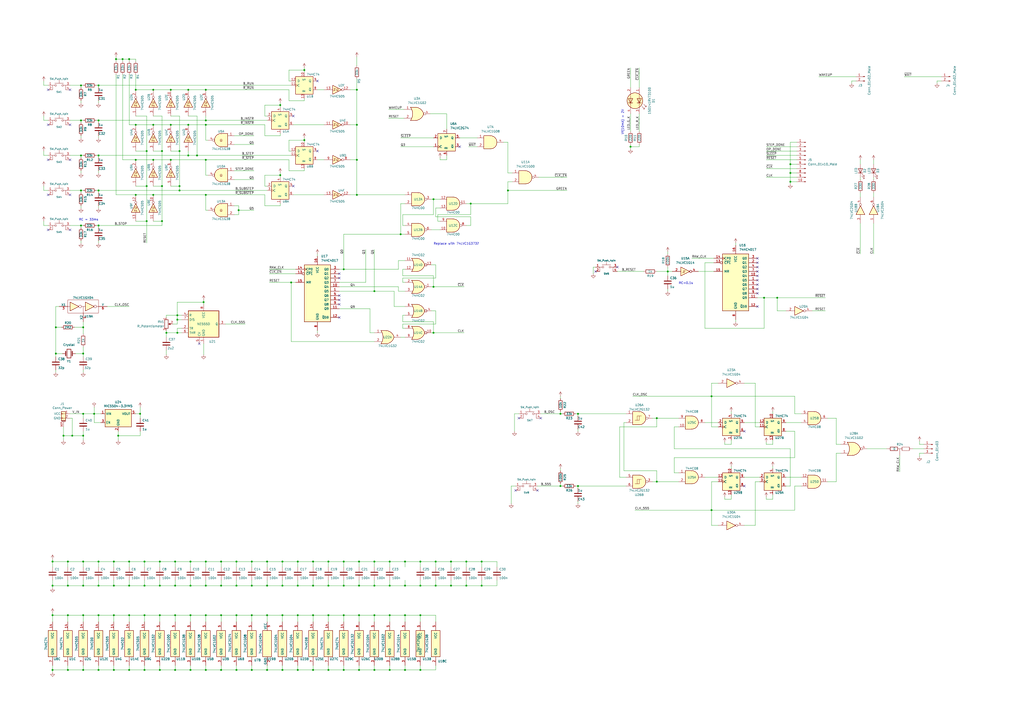
<source format=kicad_sch>
(kicad_sch (version 20211123) (generator eeschema)
  (paper "A2")
  (junction (at 119.38 69.85))
  (junction (at 325.12 281.94))
  (junction (at 443.23 172.72))
  (junction (at 57.15 90.17))
  (junction (at 110.49 388.62))
  (junction (at 88.9 113.03))
  (junction (at 199.39 388.62))
  (junction (at 138.43 121.92))
  (junction (at 137.16 388.62))
  (junction (at 128.27 356.87))
  (junction (at 458.47 100.33))
  (junction (at 365.76 85.09))
  (junction (at 176.53 40.64))
  (junction (at 57.15 388.62))
  (junction (at 109.22 52.07))
  (junction (at 39.37 325.755))
  (junction (at 146.05 356.87))
  (junction (at 92.71 388.62))
  (junction (at 243.84 388.62))
  (junction (at 57.15 325.755))
  (junction (at 101.6 325.755))
  (junction (at 119.38 325.755))
  (junction (at 101.6 388.62))
  (junction (at 46.99 130.81))
  (junction (at 172.72 339.725))
  (junction (at 57.15 339.725))
  (junction (at 102.87 185.42))
  (junction (at 217.17 325.755))
  (junction (at 154.94 325.755))
  (junction (at 163.83 356.87))
  (junction (at 99.06 92.71))
  (junction (at 208.28 339.725))
  (junction (at 294.64 110.49))
  (junction (at 36.83 252.73))
  (junction (at 99.06 52.07))
  (junction (at 39.37 388.62))
  (junction (at 412.75 295.91))
  (junction (at 226.06 388.62))
  (junction (at 146.05 388.62))
  (junction (at 101.6 356.87))
  (junction (at 30.48 356.87))
  (junction (at 110.49 356.87))
  (junction (at 190.5 356.87))
  (junction (at 181.61 325.755))
  (junction (at 190.5 339.725))
  (junction (at 83.82 388.62))
  (junction (at 48.26 356.87))
  (junction (at 128.27 339.725))
  (junction (at 181.61 356.87))
  (junction (at 335.28 281.94))
  (junction (at 163.83 388.62))
  (junction (at 66.04 388.62))
  (junction (at 74.93 325.755))
  (junction (at 41.91 252.73))
  (junction (at 190.5 388.62))
  (junction (at 85.09 107.95))
  (junction (at 54.61 240.03))
  (junction (at 243.84 356.87))
  (junction (at 217.17 339.725))
  (junction (at 66.04 325.755))
  (junction (at 30.48 388.62))
  (junction (at 96.52 193.04))
  (junction (at 458.47 105.41))
  (junction (at 66.04 339.725))
  (junction (at 118.11 175.26))
  (junction (at 78.74 52.07))
  (junction (at 270.51 325.755))
  (junction (at 199.39 356.87))
  (junction (at 137.16 325.755))
  (junction (at 154.94 388.62))
  (junction (at 181.61 388.62))
  (junction (at 199.39 339.725))
  (junction (at 66.04 356.87))
  (junction (at 57.15 110.49))
  (junction (at 81.28 240.03))
  (junction (at 48.26 252.73))
  (junction (at 208.28 356.87))
  (junction (at 102.87 193.04))
  (junction (at 137.16 339.725))
  (junction (at 48.26 388.62))
  (junction (at 234.95 356.87))
  (junction (at 92.71 356.87))
  (junction (at 162.56 101.6))
  (junction (at 252.73 325.755))
  (junction (at 251.46 115.57))
  (junction (at 119.38 72.39))
  (junction (at 109.22 90.17))
  (junction (at 217.17 388.62))
  (junction (at 234.95 325.755))
  (junction (at 458.47 95.25))
  (junction (at 412.75 229.87))
  (junction (at 232.41 135.89))
  (junction (at 199.39 325.755))
  (junction (at 137.16 356.87))
  (junction (at 109.22 72.39))
  (junction (at 217.17 356.87))
  (junction (at 207.01 113.03))
  (junction (at 46.99 49.53))
  (junction (at 163.83 325.755))
  (junction (at 99.06 72.39))
  (junction (at 88.9 52.07))
  (junction (at 199.39 156.21))
  (junction (at 93.98 87.63))
  (junction (at 154.94 339.725))
  (junction (at 226.06 339.725))
  (junction (at 74.93 356.87))
  (junction (at 57.15 49.53))
  (junction (at 450.85 172.72))
  (junction (at 71.12 34.29))
  (junction (at 57.15 69.85))
  (junction (at 110.49 325.755))
  (junction (at 57.15 130.81))
  (junction (at 381 242.57))
  (junction (at 48.26 189.865))
  (junction (at 104.14 107.95))
  (junction (at 335.28 240.03))
  (junction (at 57.15 356.87))
  (junction (at 128.27 388.62))
  (junction (at 48.26 339.725))
  (junction (at 119.38 113.03))
  (junction (at 128.27 325.755))
  (junction (at 48.26 240.03))
  (junction (at 119.38 92.71))
  (junction (at 146.05 339.725))
  (junction (at 92.71 339.725))
  (junction (at 67.31 34.29))
  (junction (at 207.01 72.39))
  (junction (at 207.01 52.07))
  (junction (at 39.37 339.725))
  (junction (at 261.62 325.755))
  (junction (at 154.94 356.87))
  (junction (at 78.74 72.39))
  (junction (at 102.87 182.88))
  (junction (at 168.91 163.83))
  (junction (at 217.17 168.91))
  (junction (at 104.14 110.49))
  (junction (at 273.05 118.11))
  (junction (at 226.06 325.755))
  (junction (at 92.71 325.755))
  (junction (at 39.37 356.87))
  (junction (at 163.83 339.725))
  (junction (at 30.48 339.725))
  (junction (at 172.72 388.62))
  (junction (at 119.38 339.725))
  (junction (at 83.82 356.87))
  (junction (at 251.46 166.37))
  (junction (at 226.06 356.87))
  (junction (at 68.58 252.73))
  (junction (at 74.93 339.725))
  (junction (at 172.72 356.87))
  (junction (at 234.95 388.62))
  (junction (at 101.6 339.725))
  (junction (at 261.62 339.725))
  (junction (at 162.56 60.96))
  (junction (at 46.99 69.85))
  (junction (at 381 279.4))
  (junction (at 104.14 87.63))
  (junction (at 243.84 339.725))
  (junction (at 119.38 356.87))
  (junction (at 83.82 339.725))
  (junction (at 48.26 205.105))
  (junction (at 110.49 339.725))
  (junction (at 243.84 325.755))
  (junction (at 46.99 110.49))
  (junction (at 46.99 90.17))
  (junction (at 234.95 339.725))
  (junction (at 279.4 339.725))
  (junction (at 74.93 388.62))
  (junction (at 78.74 92.71))
  (junction (at 325.12 240.03))
  (junction (at 279.4 325.755))
  (junction (at 93.98 107.95))
  (junction (at 32.385 205.105))
  (junction (at 93.98 128.27))
  (junction (at 88.9 92.71))
  (junction (at 78.74 113.03))
  (junction (at 270.51 339.725))
  (junction (at 251.46 193.04))
  (junction (at 119.38 52.07))
  (junction (at 208.28 388.62))
  (junction (at 172.72 325.755))
  (junction (at 252.73 339.725))
  (junction (at 83.82 325.755))
  (junction (at 181.61 339.725))
  (junction (at 85.09 128.27))
  (junction (at 208.28 325.755))
  (junction (at 30.48 325.755))
  (junction (at 88.9 72.39))
  (junction (at 387.35 157.48))
  (junction (at 85.09 87.63))
  (junction (at 74.93 34.29))
  (junction (at 190.5 325.755))
  (junction (at 207.01 92.71))
  (junction (at 114.3 90.17))
  (junction (at 146.05 325.755))
  (junction (at 32.385 189.865))
  (junction (at 119.38 388.62))
  (junction (at 176.53 81.28))
  (junction (at 48.26 325.755))
  (no_connect (at 115.57 199.39))
  (no_connect (at 439.42 160.02))
  (no_connect (at 439.42 162.56))
  (no_connect (at 439.42 165.1))
  (no_connect (at 439.42 170.18))
  (no_connect (at 439.42 167.64))
  (no_connect (at 439.42 177.8))
  (no_connect (at 439.42 149.86))
  (no_connect (at 439.42 152.4))
  (no_connect (at 439.42 154.94))
  (no_connect (at 439.42 157.48))
  (no_connect (at 313.69 242.57))
  (no_connect (at 196.85 158.75))
  (no_connect (at 170.18 67.31))
  (no_connect (at 170.18 107.95))
  (no_connect (at 40.64 52.07))
  (no_connect (at 40.64 72.39))
  (no_connect (at 27.94 72.39))
  (no_connect (at 184.15 46.99))
  (no_connect (at 184.15 87.63))
  (no_connect (at 40.64 92.71))
  (no_connect (at 27.94 92.71))
  (no_connect (at 27.94 113.03))
  (no_connect (at 27.94 52.07))
  (no_connect (at 358.14 154.94))
  (no_connect (at 345.44 157.48))
  (no_connect (at 196.85 184.15))
  (no_connect (at 196.85 176.53))
  (no_connect (at 311.785 284.48))
  (no_connect (at 299.085 284.48))
  (no_connect (at 300.99 242.57))
  (no_connect (at 431.8 250.19))
  (no_connect (at 196.85 173.99))
  (no_connect (at 431.8 281.94))
  (no_connect (at 196.85 171.45))
  (no_connect (at 196.85 161.29))
  (no_connect (at 266.7 85.09))
  (no_connect (at 40.64 113.03))
  (no_connect (at 40.64 133.35))
  (no_connect (at 27.94 133.35))
  (wire (pts (xy 412.75 279.4) (xy 412.75 295.91)))
  (wire (pts (xy 181.61 325.755) (xy 190.5 325.755)))
  (wire (pts (xy 99.06 72.39) (xy 109.22 72.39)))
  (wire (pts (xy 104.14 110.49) (xy 104.14 107.95)))
  (wire (pts (xy 172.72 339.725) (xy 163.83 339.725)))
  (wire (pts (xy 104.14 67.31) (xy 99.06 67.31)))
  (wire (pts (xy 361.95 245.11) (xy 361.95 273.05)))
  (wire (pts (xy 255.27 91.44) (xy 255.27 92.71)))
  (wire (pts (xy 68.58 250.19) (xy 68.58 252.73)))
  (wire (pts (xy 55.88 90.17) (xy 57.15 90.17)))
  (wire (pts (xy 40.64 90.17) (xy 46.99 90.17)))
  (wire (pts (xy 225.425 63.5) (xy 234.315 63.5)))
  (wire (pts (xy 172.72 328.93) (xy 172.72 325.755)))
  (wire (pts (xy 55.88 130.81) (xy 57.15 130.81)))
  (wire (pts (xy 135.89 99.06) (xy 147.32 99.06)))
  (wire (pts (xy 231.14 166.37) (xy 231.14 168.91)))
  (wire (pts (xy 96.52 182.88) (xy 102.87 182.88)))
  (wire (pts (xy 387.35 157.48) (xy 387.35 160.02)))
  (wire (pts (xy 196.85 168.91) (xy 217.17 168.91)))
  (wire (pts (xy 153.67 113.03) (xy 153.67 119.38)))
  (wire (pts (xy 170.18 113.03) (xy 187.96 113.03)))
  (wire (pts (xy 270.51 339.725) (xy 261.62 339.725)))
  (wire (pts (xy 110.49 388.62) (xy 110.49 386.08)))
  (wire (pts (xy 381 247.65) (xy 359.41 247.65)))
  (wire (pts (xy 57.15 130.81) (xy 57.15 132.08)))
  (wire (pts (xy 184.15 52.07) (xy 187.96 52.07)))
  (wire (pts (xy 167.64 99.06) (xy 176.53 99.06)))
  (wire (pts (xy 83.82 339.725) (xy 74.93 339.725)))
  (wire (pts (xy 48.26 201.295) (xy 48.26 205.105)))
  (wire (pts (xy 199.39 156.21) (xy 196.85 156.21)))
  (wire (pts (xy 153.67 72.39) (xy 153.67 78.74)))
  (wire (pts (xy 92.71 325.755) (xy 101.6 325.755)))
  (wire (pts (xy 101.6 339.725) (xy 92.71 339.725)))
  (wire (pts (xy 228.6 177.8) (xy 234.95 177.8)))
  (wire (pts (xy 135.89 78.74) (xy 147.32 78.74)))
  (wire (pts (xy 535.94 262.89) (xy 533.4 262.89)))
  (wire (pts (xy 521.97 264.16) (xy 521.97 273.685)))
  (wire (pts (xy 46.99 110.49) (xy 48.26 110.49)))
  (wire (pts (xy 119.38 72.39) (xy 119.38 81.28)))
  (wire (pts (xy 207.01 52.07) (xy 207.01 72.39)))
  (wire (pts (xy 462.28 97.79) (xy 444.5 97.79)))
  (wire (pts (xy 25.4 49.53) (xy 27.94 49.53)))
  (wire (pts (xy 461.01 281.94) (xy 464.82 281.94)))
  (wire (pts (xy 458.47 95.25) (xy 458.47 100.33)))
  (wire (pts (xy 271.78 85.09) (xy 276.86 85.09)))
  (wire (pts (xy 232.41 85.09) (xy 251.46 85.09)))
  (wire (pts (xy 102.87 182.88) (xy 102.87 175.26)))
  (wire (pts (xy 114.3 90.17) (xy 114.3 67.31)))
  (wire (pts (xy 32.385 205.105) (xy 32.385 207.01)))
  (wire (pts (xy 25.4 128.27) (xy 25.4 130.81)))
  (wire (pts (xy 93.98 128.27) (xy 93.98 107.95)))
  (wire (pts (xy 92.71 388.62) (xy 92.71 386.08)))
  (wire (pts (xy 119.38 356.87) (xy 128.27 356.87)))
  (wire (pts (xy 450.85 180.34) (xy 450.85 172.72)))
  (wire (pts (xy 162.56 60.96) (xy 153.67 60.96)))
  (wire (pts (xy 88.9 52.07) (xy 99.06 52.07)))
  (wire (pts (xy 36.83 252.73) (xy 36.83 255.27)))
  (wire (pts (xy 57.15 49.53) (xy 57.15 50.8)))
  (wire (pts (xy 232.41 118.11) (xy 232.41 135.89)))
  (wire (pts (xy 101.6 360.68) (xy 101.6 356.87)))
  (wire (pts (xy 146.05 388.62) (xy 137.16 388.62)))
  (wire (pts (xy 78.74 128.27) (xy 85.09 128.27)))
  (wire (pts (xy 119.38 336.55) (xy 119.38 339.725)))
  (wire (pts (xy 118.11 175.26) (xy 118.11 176.53)))
  (wire (pts (xy 153.67 107.95) (xy 154.94 107.95)))
  (wire (pts (xy 167.64 52.07) (xy 167.64 58.42)))
  (wire (pts (xy 199.39 339.725) (xy 190.5 339.725)))
  (wire (pts (xy 226.06 325.755) (xy 234.95 325.755)))
  (wire (pts (xy 233.68 124.46) (xy 251.46 124.46)))
  (wire (pts (xy 171.45 163.83) (xy 168.91 163.83)))
  (wire (pts (xy 167.64 58.42) (xy 176.53 58.42)))
  (wire (pts (xy 288.29 336.55) (xy 288.29 339.725)))
  (wire (pts (xy 153.67 78.74) (xy 162.56 78.74)))
  (wire (pts (xy 67.31 43.18) (xy 67.31 113.03)))
  (wire (pts (xy 250.19 133.35) (xy 255.27 133.35)))
  (wire (pts (xy 196.85 166.37) (xy 231.14 166.37)))
  (wire (pts (xy 424.18 287.02) (xy 424.18 289.56)))
  (wire (pts (xy 68.58 252.73) (xy 68.58 255.27)))
  (wire (pts (xy 190.5 356.87) (xy 190.5 360.68)))
  (wire (pts (xy 40.64 69.85) (xy 46.99 69.85)))
  (wire (pts (xy 119.38 121.92) (xy 120.65 121.92)))
  (wire (pts (xy 344.17 158.75) (xy 344.17 154.94)))
  (wire (pts (xy 448.31 255.27) (xy 448.31 257.81)))
  (wire (pts (xy 57.15 130.81) (xy 93.98 130.81)))
  (wire (pts (xy 154.94 325.755) (xy 154.94 328.93)))
  (wire (pts (xy 101.6 356.87) (xy 110.49 356.87)))
  (wire (pts (xy 378.46 242.57) (xy 381 242.57)))
  (wire (pts (xy 25.4 46.99) (xy 25.4 49.53)))
  (wire (pts (xy 203.2 52.07) (xy 207.01 52.07)))
  (wire (pts (xy 96.52 203.2) (xy 96.52 205.74)))
  (wire (pts (xy 81.28 250.19) (xy 81.28 252.73)))
  (wire (pts (xy 138.43 119.38) (xy 138.43 121.92)))
  (wire (pts (xy 46.99 111.76) (xy 46.99 110.49)))
  (wire (pts (xy 119.38 386.08) (xy 119.38 388.62)))
  (wire (pts (xy 78.74 34.29) (xy 78.74 35.56)))
  (wire (pts (xy 39.37 325.755) (xy 48.26 325.755)))
  (wire (pts (xy 233.68 160.02) (xy 251.46 160.02)))
  (wire (pts (xy 105.41 190.5) (xy 102.87 190.5)))
  (wire (pts (xy 381 242.57) (xy 393.7 242.57)))
  (wire (pts (xy 270.51 325.755) (xy 279.4 325.755)))
  (wire (pts (xy 39.37 328.93) (xy 39.37 325.755)))
  (wire (pts (xy 102.87 175.26) (xy 118.11 175.26)))
  (wire (pts (xy 93.98 87.63) (xy 93.98 107.95)))
  (wire (pts (xy 118.11 173.99) (xy 118.11 175.26)))
  (wire (pts (xy 32.385 189.865) (xy 32.385 205.105)))
  (wire (pts (xy 431.8 222.25) (xy 438.15 222.25)))
  (wire (pts (xy 334.01 281.94) (xy 335.28 281.94)))
  (wire (pts (xy 176.53 39.37) (xy 176.53 40.64)))
  (wire (pts (xy 252.73 325.755) (xy 261.62 325.755)))
  (wire (pts (xy 217.17 144.78) (xy 217.17 168.91)))
  (wire (pts (xy 181.61 336.55) (xy 181.61 339.725)))
  (wire (pts (xy 138.43 124.46) (xy 138.43 121.92)))
  (wire (pts (xy 137.16 356.87) (xy 137.16 360.68)))
  (wire (pts (xy 252.73 153.67) (xy 252.73 161.29)))
  (wire (pts (xy 153.67 101.6) (xy 153.67 107.95)))
  (wire (pts (xy 43.815 205.105) (xy 48.26 205.105)))
  (wire (pts (xy 225.425 68.58) (xy 234.315 68.58)))
  (wire (pts (xy 461.01 229.87) (xy 461.01 240.03)))
  (wire (pts (xy 146.05 325.755) (xy 146.05 328.93)))
  (wire (pts (xy 154.94 388.62) (xy 146.05 388.62)))
  (wire (pts (xy 92.71 356.87) (xy 101.6 356.87)))
  (wire (pts (xy 444.5 92.71) (xy 462.28 92.71)))
  (wire (pts (xy 199.39 336.55) (xy 199.39 339.725)))
  (wire (pts (xy 294.64 110.49) (xy 294.64 118.11)))
  (wire (pts (xy 208.28 339.725) (xy 199.39 339.725)))
  (wire (pts (xy 334.01 240.03) (xy 335.28 240.03)))
  (wire (pts (xy 176.53 40.64) (xy 176.53 41.91)))
  (wire (pts (xy 83.82 386.08) (xy 83.82 388.62)))
  (wire (pts (xy 474.98 44.45) (xy 496.57 44.45)))
  (wire (pts (xy 448.31 270.51) (xy 448.31 271.78)))
  (wire (pts (xy 85.09 87.63) (xy 85.09 107.95)))
  (wire (pts (xy 55.88 110.49) (xy 57.15 110.49)))
  (wire (pts (xy 502.92 260.35) (xy 514.35 260.35)))
  (wire (pts (xy 543.56 46.99) (xy 543.56 48.26)))
  (wire (pts (xy 93.98 67.31) (xy 88.9 67.31)))
  (wire (pts (xy 96.52 184.15) (xy 96.52 182.88)))
  (wire (pts (xy 176.53 81.28) (xy 167.64 81.28)))
  (wire (pts (xy 461.01 250.19) (xy 461.01 265.43)))
  (wire (pts (xy 172.72 356.87) (xy 181.61 356.87)))
  (wire (pts (xy 119.38 356.87) (xy 119.38 360.68)))
  (wire (pts (xy 431.8 245.11) (xy 440.69 245.11)))
  (wire (pts (xy 55.88 49.53) (xy 57.15 49.53)))
  (wire (pts (xy 252.73 356.87) (xy 252.73 360.68)))
  (wire (pts (xy 66.04 386.08) (xy 66.04 388.62)))
  (wire (pts (xy 393.7 247.65) (xy 391.16 247.65)))
  (wire (pts (xy 96.52 193.04) (xy 96.52 195.58)))
  (wire (pts (xy 359.41 247.65) (xy 359.41 276.86)))
  (wire (pts (xy 252.73 325.755) (xy 252.73 328.93)))
  (wire (pts (xy 74.93 43.18) (xy 74.93 72.39)))
  (wire (pts (xy 344.17 154.94) (xy 345.44 154.94)))
  (wire (pts (xy 233.68 186.69) (xy 233.68 182.88)))
  (wire (pts (xy 83.82 336.55) (xy 83.82 339.725)))
  (wire (pts (xy 499.11 129.54) (xy 499.11 147.32)))
  (wire (pts (xy 162.56 77.47) (xy 162.56 78.74)))
  (wire (pts (xy 252.73 187.96) (xy 233.68 187.96)))
  (wire (pts (xy 119.38 388.62) (xy 110.49 388.62)))
  (wire (pts (xy 359.41 276.86) (xy 363.22 276.86)))
  (wire (pts (xy 214.63 193.04) (xy 217.17 193.04)))
  (wire (pts (xy 172.72 388.62) (xy 163.83 388.62)))
  (wire (pts (xy 217.17 360.68) (xy 217.17 356.87)))
  (wire (pts (xy 426.72 185.42) (xy 426.72 186.69)))
  (wire (pts (xy 325.12 238.76) (xy 325.12 240.03)))
  (wire (pts (xy 217.17 168.91) (xy 228.6 168.91)))
  (wire (pts (xy 199.39 135.89) (xy 232.41 135.89)))
  (wire (pts (xy 137.16 356.87) (xy 146.05 356.87)))
  (wire (pts (xy 252.73 336.55) (xy 252.73 339.725)))
  (wire (pts (xy 533.4 264.795) (xy 533.4 262.89)))
  (wire (pts (xy 40.64 242.57) (xy 41.91 242.57)))
  (wire (pts (xy 156.21 156.21) (xy 171.45 156.21)))
  (wire (pts (xy 88.9 128.27) (xy 93.98 128.27)))
  (wire (pts (xy 102.87 190.5) (xy 102.87 193.04)))
  (wire (pts (xy 325.12 231.14) (xy 325.12 229.87)))
  (wire (pts (xy 32.385 177.8) (xy 34.29 177.8)))
  (wire (pts (xy 499.11 92.71) (xy 499.11 95.25)))
  (wire (pts (xy 39.37 388.62) (xy 39.37 386.08)))
  (wire (pts (xy 66.04 336.55) (xy 66.04 339.725)))
  (wire (pts (xy 25.4 90.17) (xy 27.94 90.17)))
  (wire (pts (xy 458.47 105.41) (xy 462.28 105.41)))
  (wire (pts (xy 93.98 87.63) (xy 93.98 67.31)))
  (wire (pts (xy 226.06 356.87) (xy 234.95 356.87)))
  (wire (pts (xy 78.74 92.71) (xy 88.9 92.71)))
  (wire (pts (xy 288.29 325.755) (xy 288.29 328.93)))
  (wire (pts (xy 444.5 257.81) (xy 444.5 256.54)))
  (wire (pts (xy 412.75 295.91) (xy 412.75 304.8)))
  (wire (pts (xy 48.26 205.105) (xy 48.26 207.01)))
  (wire (pts (xy 252.73 120.65) (xy 252.73 125.73)))
  (wire (pts (xy 163.83 388.62) (xy 154.94 388.62)))
  (wire (pts (xy 128.27 388.62) (xy 119.38 388.62)))
  (wire (pts (xy 71.12 43.18) (xy 71.12 92.71)))
  (wire (pts (xy 48.26 250.19) (xy 48.26 252.73)))
  (wire (pts (xy 533.4 257.81) (xy 535.94 257.81)))
  (wire (pts (xy 74.93 336.55) (xy 74.93 339.725)))
  (wire (pts (xy 196.85 179.07) (xy 214.63 179.07)))
  (wire (pts (xy 190.5 386.08) (xy 190.5 388.62)))
  (wire (pts (xy 57.15 360.68) (xy 57.15 356.87)))
  (wire (pts (xy 207.01 113.03) (xy 234.95 113.03)))
  (wire (pts (xy 83.82 388.62) (xy 74.93 388.62)))
  (wire (pts (xy 128.27 356.87) (xy 128.27 360.68)))
  (wire (pts (xy 146.05 325.755) (xy 154.94 325.755)))
  (wire (pts (xy 443.23 172.72) (xy 439.42 172.72)))
  (wire (pts (xy 46.99 78.74) (xy 46.99 80.01)))
  (wire (pts (xy 370.84 76.2) (xy 370.84 66.04)))
  (wire (pts (xy 119.38 325.755) (xy 128.27 325.755)))
  (wire (pts (xy 54.61 245.11) (xy 54.61 240.03)))
  (wire (pts (xy 46.99 132.08) (xy 46.99 130.81)))
  (wire (pts (xy 387.35 167.64) (xy 387.35 168.91)))
  (wire (pts (xy 438.15 222.25) (xy 438.15 247.65)))
  (wire (pts (xy 78.74 113.03) (xy 88.9 113.03)))
  (wire (pts (xy 424.18 238.76) (xy 424.18 240.03)))
  (wire (pts (xy 46.99 49.53) (xy 48.26 49.53)))
  (wire (pts (xy 36.83 252.73) (xy 41.91 252.73)))
  (wire (pts (xy 408.94 152.4) (xy 408.94 190.5)))
  (wire (pts (xy 458.47 100.33) (xy 458.47 105.41)))
  (wire (pts (xy 199.39 135.89) (xy 199.39 156.21)))
  (wire (pts (xy 135.89 124.46) (xy 138.43 124.46)))
  (wire (pts (xy 273.05 124.46) (xy 254 124.46)))
  (wire (pts (xy 462.28 82.55) (xy 458.47 82.55)))
  (wire (pts (xy 416.56 247.65) (xy 412.75 247.65)))
  (wire (pts (xy 96.52 193.04) (xy 102.87 193.04)))
  (wire (pts (xy 181.61 388.62) (xy 181.61 386.08)))
  (wire (pts (xy 420.37 289.56) (xy 420.37 288.29)))
  (wire (pts (xy 25.4 130.81) (xy 27.94 130.81)))
  (wire (pts (xy 25.4 67.31) (xy 25.4 69.85)))
  (wire (pts (xy 57.15 388.62) (xy 57.15 386.08)))
  (wire (pts (xy 181.61 325.755) (xy 181.61 328.93)))
  (wire (pts (xy 416.56 279.4) (xy 412.75 279.4)))
  (wire (pts (xy 36.195 205.105) (xy 32.385 205.105)))
  (wire (pts (xy 137.16 325.755) (xy 146.05 325.755)))
  (wire (pts (xy 102.87 193.04) (xy 105.41 193.04)))
  (wire (pts (xy 335.28 240.03) (xy 363.22 240.03)))
  (wire (pts (xy 92.71 325.755) (xy 92.71 328.93)))
  (wire (pts (xy 137.16 325.755) (xy 137.16 328.93)))
  (wire (pts (xy 249.555 66.04) (xy 259.08 66.04)))
  (wire (pts (xy 78.74 72.39) (xy 74.93 72.39)))
  (wire (pts (xy 208.28 339.725) (xy 208.28 336.55)))
  (wire (pts (xy 48.26 186.69) (xy 48.26 189.865)))
  (wire (pts (xy 233.68 190.5) (xy 234.95 190.5)))
  (wire (pts (xy 154.94 386.08) (xy 154.94 388.62)))
  (wire (pts (xy 57.15 339.725) (xy 57.15 336.55)))
  (wire (pts (xy 226.06 388.62) (xy 217.17 388.62)))
  (wire (pts (xy 40.64 240.03) (xy 48.26 240.03)))
  (wire (pts (xy 176.53 99.06) (xy 176.53 97.79)))
  (wire (pts (xy 146.05 339.725) (xy 137.16 339.725)))
  (wire (pts (xy 163.83 336.55) (xy 163.83 339.725)))
  (wire (pts (xy 208.28 360.68) (xy 208.28 356.87)))
  (wire (pts (xy 254 128.27) (xy 255.27 128.27)))
  (wire (pts (xy 231.14 151.13) (xy 231.14 156.21)))
  (wire (pts (xy 181.61 388.62) (xy 172.72 388.62)))
  (wire (pts (xy 88.9 107.95) (xy 93.98 107.95)))
  (wire (pts (xy 128.27 356.87) (xy 137.16 356.87)))
  (wire (pts (xy 163.83 325.755) (xy 163.83 328.93)))
  (wire (pts (xy 261.62 339.725) (xy 252.73 339.725)))
  (wire (pts (xy 226.06 339.725) (xy 226.06 336.55)))
  (wire (pts (xy 234.95 356.87) (xy 234.95 360.68)))
  (wire (pts (xy 401.32 149.86) (xy 414.02 149.86)))
  (wire (pts (xy 176.53 81.28) (xy 176.53 82.55)))
  (wire (pts (xy 408.94 190.5) (xy 443.23 190.5)))
  (wire (pts (xy 154.94 325.755) (xy 163.83 325.755)))
  (wire (pts (xy 25.4 87.63) (xy 25.4 90.17)))
  (wire (pts (xy 104.14 107.95) (xy 104.14 87.63)))
  (wire (pts (xy 88.9 92.71) (xy 99.06 92.71)))
  (wire (pts (xy 57.15 69.85) (xy 119.38 69.85)))
  (wire (pts (xy 252.73 388.62) (xy 252.73 386.08)))
  (wire (pts (xy 54.61 236.22) (xy 54.61 240.03)))
  (wire (pts (xy 199.39 360.68) (xy 199.39 356.87)))
  (wire (pts (xy 85.09 107.95) (xy 85.09 128.27)))
  (wire (pts (xy 30.48 388.62) (xy 30.48 386.08)))
  (wire (pts (xy 101.6 325.755) (xy 110.49 325.755)))
  (wire (pts (xy 101.6 325.755) (xy 101.6 328.93)))
  (wire (pts (xy 408.94 245.11) (xy 416.56 245.11)))
  (wire (pts (xy 66.04 388.62) (xy 57.15 388.62)))
  (wire (pts (xy 335.28 248.92) (xy 335.28 250.19)))
  (wire (pts (xy 207.01 33.02) (xy 207.01 38.1)))
  (wire (pts (xy 83.82 325.755) (xy 83.82 328.93)))
  (wire (pts (xy 85.09 67.31) (xy 85.09 87.63)))
  (wire (pts (xy 365.76 76.2) (xy 365.76 66.04)))
  (wire (pts (xy 424.18 289.56) (xy 420.37 289.56)))
  (wire (pts (xy 217.17 325.755) (xy 226.06 325.755)))
  (wire (pts (xy 462.28 102.87) (xy 444.5 102.87)))
  (wire (pts (xy 74.93 356.87) (xy 83.82 356.87)))
  (wire (pts (xy 208.28 386.08) (xy 208.28 388.62)))
  (wire (pts (xy 381 273.05) (xy 361.95 273.05)))
  (wire (pts (xy 335.28 281.94) (xy 363.22 281.94)))
  (wire (pts (xy 137.16 339.725) (xy 128.27 339.725)))
  (wire (pts (xy 448.31 238.76) (xy 448.31 240.03)))
  (wire (pts (xy 114.3 67.31) (xy 109.22 67.31)))
  (wire (pts (xy 298.45 240.03) (xy 298.45 250.19)))
  (wire (pts (xy 66.04 339.725) (xy 57.15 339.725)))
  (wire (pts (xy 243.84 325.755) (xy 252.73 325.755)))
  (wire (pts (xy 294.64 110.49) (xy 328.93 110.49)))
  (wire (pts (xy 137.16 336.55) (xy 137.16 339.725)))
  (wire (pts (xy 252.73 180.34) (xy 252.73 187.96)))
  (wire (pts (xy 535.94 260.35) (xy 529.59 260.35)))
  (wire (pts (xy 48.26 388.62) (xy 39.37 388.62)))
  (wire (pts (xy 40.64 130.81) (xy 46.99 130.81)))
  (wire (pts (xy 30.48 360.68) (xy 30.48 356.87)))
  (wire (pts (xy 54.61 240.03) (xy 58.42 240.03)))
  (wire (pts (xy 104.14 87.63) (xy 99.06 87.63)))
  (wire (pts (xy 365.76 39.37) (xy 365.76 50.8)))
  (wire (pts (xy 458.47 95.25) (xy 462.28 95.25)))
  (wire (pts (xy 78.74 52.07) (xy 88.9 52.07)))
  (wire (pts (xy 57.15 110.49) (xy 57.15 111.76)))
  (wire (pts (xy 261.62 336.55) (xy 261.62 339.725)))
  (wire (pts (xy 46.99 90.17) (xy 48.26 90.17)))
  (wire (pts (xy 458.47 100.33) (xy 462.28 100.33)))
  (wire (pts (xy 167.64 87.63) (xy 168.91 87.63)))
  (wire (pts (xy 444.5 90.17) (xy 462.28 90.17)))
  (wire (pts (xy 232.41 80.01) (xy 251.46 80.01)))
  (wire (pts (xy 39.37 388.62) (xy 30.48 388.62)))
  (wire (pts (xy 57.15 69.85) (xy 57.15 71.12)))
  (wire (pts (xy 46.99 69.85) (xy 48.26 69.85)))
  (wire (pts (xy 391.16 265.43) (xy 391.16 274.32)))
  (wire (pts (xy 325.12 273.05) (xy 325.12 271.78)))
  (wire (pts (xy 172.72 388.62) (xy 172.72 386.08)))
  (wire (pts (xy 184.15 92.71) (xy 187.96 92.71)))
  (wire (pts (xy 119.38 69.85) (xy 154.94 69.85)))
  (wire (pts (xy 74.93 356.87) (xy 74.93 360.68)))
  (wire (pts (xy 243.84 356.87) (xy 252.73 356.87)))
  (wire (pts (xy 471.17 180.34) (xy 478.79 180.34)))
  (wire (pts (xy 172.72 356.87) (xy 172.72 360.68)))
  (wire (pts (xy 243.84 356.87) (xy 243.84 360.68)))
  (wire (pts (xy 128.27 386.08) (xy 128.27 388.62)))
  (wire (pts (xy 32.385 189.865) (xy 35.56 189.865)))
  (wire (pts (xy 381 279.4) (xy 381 273.05)))
  (wire (pts (xy 312.42 102.87) (xy 328.93 102.87)))
  (wire (pts (xy 485.14 279.4) (xy 480.06 279.4)))
  (wire (pts (xy 30.48 324.485) (xy 30.48 325.755)))
  (wire (pts (xy 163.83 356.87) (xy 172.72 356.87)))
  (wire (pts (xy 128.27 339.725) (xy 119.38 339.725)))
  (wire (pts (xy 387.35 157.48) (xy 389.89 157.48)))
  (wire (pts (xy 66.04 356.87) (xy 74.93 356.87)))
  (wire (pts (xy 67.31 113.03) (xy 78.74 113.03)))
  (wire (pts (xy 438.15 304.8) (xy 438.15 279.4)))
  (wire (pts (xy 25.4 69.85) (xy 27.94 69.85)))
  (wire (pts (xy 85.09 128.27) (xy 85.09 140.97)))
  (wire (pts (xy 294.64 100.33) (xy 297.18 100.33)))
  (wire (pts (xy 296.545 281.94) (xy 299.085 281.94)))
  (wire (pts (xy 109.22 72.39) (xy 119.38 72.39)))
  (wire (pts (xy 74.93 325.755) (xy 74.93 328.93)))
  (wire (pts (xy 233.68 130.81) (xy 233.68 124.46)))
  (wire (pts (xy 533.4 255.905) (xy 533.4 257.81)))
  (wire (pts (xy 25.4 110.49) (xy 27.94 110.49)))
  (wire (pts (xy 485.14 262.89) (xy 485.14 279.4)))
  (wire (pts (xy 259.08 66.04) (xy 259.08 74.93)))
  (wire (pts (xy 78.74 92.71) (xy 71.12 92.71)))
  (wire (pts (xy 39.37 339.725) (xy 30.48 339.725)))
  (wire (pts (xy 252.73 125.73) (xy 273.05 125.73)))
  (wire (pts (xy 190.5 356.87) (xy 199.39 356.87)))
  (wire (pts (xy 137.16 388.62) (xy 128.27 388.62)))
  (wire (pts (xy 92.71 339.725) (xy 92.71 336.55)))
  (wire (pts (xy 46.99 71.12) (xy 46.99 69.85)))
  (wire (pts (xy 524.51 44.45) (xy 546.1 44.45)))
  (wire (pts (xy 78.74 43.18) (xy 78.74 52.07)))
  (wire (pts (xy 259.08 92.71) (xy 259.08 90.17)))
  (wire (pts (xy 250.19 180.34) (xy 252.73 180.34)))
  (wire (pts (xy 119.38 92.71) (xy 119.38 101.6)))
  (wire (pts (xy 119.38 325.755) (xy 119.38 328.93)))
  (wire (pts (xy 181.61 356.87) (xy 190.5 356.87)))
  (wire (pts (xy 57.15 388.62) (xy 48.26 388.62)))
  (wire (pts (xy 57.15 139.7) (xy 57.15 140.97)))
  (wire (pts (xy 57.15 90.17) (xy 109.22 90.17)))
  (wire (pts (xy 448.31 289.56) (xy 444.5 289.56)))
  (wire (pts (xy 232.41 195.58) (xy 234.95 195.58)))
  (wire (pts (xy 162.56 60.96) (xy 162.56 62.23)))
  (wire (pts (xy 199.39 356.87) (xy 208.28 356.87)))
  (wire (pts (xy 251.46 115.57) (xy 251.46 124.46)))
  (wire (pts (xy 74.93 388.62) (xy 66.04 388.62)))
  (wire (pts (xy 81.28 236.22) (xy 81.28 240.03)))
  (wire (pts (xy 378.46 279.4) (xy 381 279.4)))
  (wire (pts (xy 46.99 99.06) (xy 46.99 100.33)))
  (wire (pts (xy 226.06 325.755) (xy 226.06 328.93)))
  (wire (pts (xy 438.15 279.4) (xy 440.69 279.4)))
  (wire (pts (xy 325.12 281.94) (xy 326.39 281.94)))
  (wire (pts (xy 71.12 34.29) (xy 71.12 35.56)))
  (wire (pts (xy 261.62 325.755) (xy 261.62 328.93)))
  (wire (pts (xy 57.15 110.49) (xy 104.14 110.49)))
  (wire (pts (xy 391.16 260.35) (xy 458.47 260.35)))
  (wire (pts (xy 146.05 386.08) (xy 146.05 388.62)))
  (wire (pts (xy 243.84 386.08) (xy 243.84 388.62)))
  (wire (pts (xy 231.14 168.91) (xy 234.95 168.91)))
  (wire (pts (xy 46.99 139.7) (xy 46.99 140.97)))
  (wire (pts (xy 57.15 90.17) (xy 57.15 91.44)))
  (wire (pts (xy 57.15 99.06) (xy 57.15 100.33)))
  (wire (pts (xy 365.76 85.09) (xy 365.76 86.36)))
  (wire (pts (xy 234.95 151.13) (xy 231.14 151.13)))
  (wire (pts (xy 506.73 111.76) (xy 506.73 114.3)))
  (wire (pts (xy 438.15 247.65) (xy 440.69 247.65)))
  (wire (pts (xy 217.17 386.08) (xy 217.17 388.62)))
  (wire (pts (xy 234.95 356.87) (xy 243.84 356.87)))
  (wire (pts (xy 74.93 325.755) (xy 83.82 325.755)))
  (wire (pts (xy 443.23 172.72) (xy 450.85 172.72)))
  (wire (pts (xy 130.81 187.96) (xy 142.24 187.96)))
  (wire (pts (xy 153.67 67.31) (xy 154.94 67.31)))
  (wire (pts (xy 420.37 257.81) (xy 420.37 256.54)))
  (wire (pts (xy 325.12 280.67) (xy 325.12 281.94)))
  (wire (pts (xy 146.05 356.87) (xy 154.94 356.87)))
  (wire (pts (xy 217.17 339.725) (xy 217.17 336.55)))
  (wire (pts (xy 226.06 339.725) (xy 217.17 339.725)))
  (wire (pts (xy 181.61 339.725) (xy 172.72 339.725)))
  (wire (pts (xy 243.84 336.55) (xy 243.84 339.725)))
  (wire (pts (xy 461.01 240.03) (xy 464.82 240.03)))
  (wire (pts (xy 168.91 163.83) (xy 168.91 198.12)))
  (wire (pts (xy 254 124.46) (xy 254 128.27)))
  (wire (pts (xy 48.26 356.87) (xy 57.15 356.87)))
  (wire (pts (xy 163.83 325.755) (xy 172.72 325.755)))
  (wire (pts (xy 181.61 356.87) (xy 181.61 360.68)))
  (wire (pts (xy 74.93 339.725) (xy 66.04 339.725)))
  (wire (pts (xy 67.31 34.29) (xy 67.31 35.56)))
  (wire (pts (xy 48.26 339.725) (xy 48.26 336.55)))
  (wire (pts (xy 196.85 163.83) (xy 212.09 163.83)))
  (wire (pts (xy 266.7 80.01) (xy 276.86 80.01)))
  (wire (pts (xy 163.83 388.62) (xy 163.83 386.08)))
  (wire (pts (xy 32.385 177.8) (xy 32.385 189.865)))
  (wire (pts (xy 455.93 250.19) (xy 461.01 250.19)))
  (wire (pts (xy 39.37 360.68) (xy 39.37 356.87)))
  (wire (pts (xy 455.93 276.86) (xy 464.82 276.86)))
  (wire (pts (xy 172.72 339.725) (xy 172.72 336.55)))
  (wire (pts (xy 233.68 161.29) (xy 233.68 163.83)))
  (wire (pts (xy 217.17 356.87) (xy 226.06 356.87)))
  (wire (pts (xy 57.15 78.74) (xy 57.15 80.01)))
  (wire (pts (xy 110.49 360.68) (xy 110.49 356.87)))
  (wire (pts (xy 156.21 158.75) (xy 171.45 158.75)))
  (wire (pts (xy 119.38 339.725) (xy 110.49 339.725)))
  (wire (pts (xy 251.46 193.04) (xy 251.46 186.69)))
  (wire (pts (xy 88.9 72.39) (xy 99.06 72.39)))
  (wire (pts (xy 458.47 260.35) (xy 458.47 281.94)))
  (wire (pts (xy 57.15 119.38) (xy 57.15 120.65)))
  (wire (pts (xy 40.64 110.49) (xy 46.99 110.49)))
  (wire (pts (xy 57.15 328.93) (xy 57.15 325.755)))
  (wire (pts (xy 243.84 325.755) (xy 243.84 328.93)))
  (wire (pts (xy 288.29 339.725) (xy 279.4 339.725)))
  (wire (pts (xy 66.04 325.755) (xy 66.04 328.93)))
  (wire (pts (xy 485.14 242.57) (xy 485.14 257.81)))
  (wire (pts (xy 55.88 69.85) (xy 57.15 69.85)))
  (wire (pts (xy 41.91 242.57) (xy 41.91 252.73)))
  (wire (pts (xy 279.4 325.755) (xy 279.4 328.93)))
  (wire (pts (xy 92.71 360.68) (xy 92.71 356.87)))
  (wire (pts (xy 110.49 325.755) (xy 119.38 325.755)))
  (wire (pts (xy 41.91 252.73) (xy 48.26 252.73)))
  (wire (pts (xy 92.71 339.725) (xy 83.82 339.725)))
  (wire (pts (xy 546.1 46.99) (xy 543.56 46.99)))
  (wire (pts (xy 74.93 386.08) (xy 74.93 388.62)))
  (wire (pts (xy 118.11 199.39) (xy 118.11 205.74)))
  (wire (pts (xy 102.87 185.42) (xy 105.41 185.42)))
  (wire (pts (xy 243.84 339.725) (xy 234.95 339.725)))
  (wire (pts (xy 506.73 92.71) (xy 506.73 95.25)))
  (wire (pts (xy 119.38 113.03) (xy 119.38 121.92)))
  (wire (pts (xy 39.37 356.87) (xy 48.26 356.87)))
  (wire (pts (xy 153.67 60.96) (xy 153.67 67.31)))
  (wire (pts (xy 233.68 187.96) (xy 233.68 190.5)))
  (wire (pts (xy 335.28 240.03) (xy 335.28 241.3)))
  (wire (pts (xy 335.28 281.94) (xy 335.28 283.21)))
  (wire (pts (xy 184.15 191.77) (xy 184.15 193.04)))
  (wire (pts (xy 226.06 356.87) (xy 226.06 360.68)))
  (wire (pts (xy 48.26 255.27) (xy 48.26 252.73)))
  (wire (pts (xy 234.95 130.81) (xy 233.68 130.81)))
  (wire (pts (xy 208.28 325.755) (xy 217.17 325.755)))
  (wire (pts (xy 234.95 336.55) (xy 234.95 339.725)))
  (wire (pts (xy 370.84 83.82) (xy 370.84 85.09)))
  (wire (pts (xy 252.73 339.725) (xy 243.84 339.725)))
  (wire (pts (xy 217.17 325.755) (xy 217.17 328.93)))
  (wire (pts (xy 101.6 388.62) (xy 92.71 388.62)))
  (wire (pts (xy 203.2 92.71) (xy 207.01 92.71)))
  (wire (pts (xy 78.74 107.95) (xy 85.09 107.95)))
  (wire (pts (xy 119.38 72.39) (xy 153.67 72.39)))
  (wire (pts (xy 251.46 186.69) (xy 233.68 186.69)))
  (wire (pts (xy 234.95 156.21) (xy 233.68 156.21)))
  (wire (pts (xy 426.72 140.97) (xy 426.72 142.24)))
  (wire (pts (xy 251.46 166.37) (xy 250.19 166.37)))
  (wire (pts (xy 273.05 125.73) (xy 273.05 130.81)))
  (wire (pts (xy 368.3 295.91) (xy 412.75 295.91)))
  (wire (pts (xy 168.91 198.12) (xy 217.17 198.12)))
  (wire (pts (xy 297.18 105.41) (xy 294.64 105.41)))
  (wire (pts (xy 391.16 274.32) (xy 393.7 274.32)))
  (wire (pts (xy 212.09 144.78) (xy 212.09 163.83)))
  (wire (pts (xy 163.83 339.725) (xy 154.94 339.725)))
  (wire (pts (xy 243.84 388.62) (xy 252.73 388.62)))
  (wire (pts (xy 92.71 388.62) (xy 83.82 388.62)))
  (wire (pts (xy 176.53 40.64) (xy 167.64 40.64)))
  (wire (pts (xy 231.14 156.21) (xy 199.39 156.21)))
  (wire (pts (xy 273.05 118.11) (xy 273.05 124.46)))
  (wire (pts (xy 62.23 177.8) (xy 74.93 177.8)))
  (wire (pts (xy 100.33 187.96) (xy 102.87 187.96)))
  (wire (pts (xy 154.94 356.87) (xy 163.83 356.87)))
  (wire (pts (xy 58.42 245.11) (xy 54.61 245.11)))
  (wire (pts (xy 66.04 325.755) (xy 74.93 325.755)))
  (wire (pts (xy 461.01 295.91) (xy 461.01 281.94)))
  (wire (pts (xy 67.31 34.29) (xy 71.12 34.29)))
  (wire (pts (xy 110.49 339.725) (xy 101.6 339.725)))
  (wire (pts (xy 455.93 281.94) (xy 458.47 281.94)))
  (wire (pts (xy 431.8 304.8) (xy 438.15 304.8)))
  (wire (pts (xy 30.48 325.755) (xy 39.37 325.755)))
  (wire (pts (xy 93.98 130.81) (xy 93.98 128.27)))
  (wire (pts (xy 66.04 356.87) (xy 66.04 360.68)))
  (wire (pts (xy 292.1 82.55) (xy 294.64 82.55)))
  (wire (pts (xy 74.93 34.29) (xy 78.74 34.29)))
  (wire (pts (xy 30.48 328.93) (xy 30.48 325.755)))
  (wire (pts (xy 261.62 325.755) (xy 270.51 325.755)))
  (wire (pts (xy 381 157.48) (xy 387.35 157.48)))
  (wire (pts (xy 104.14 87.63) (xy 104.14 67.31)))
  (wire (pts (xy 46.99 50.8) (xy 46.99 49.53)))
  (wire (pts (xy 128.27 325.755) (xy 128.27 328.93)))
  (wire (pts (xy 120.65 81.28) (xy 119.38 81.28)))
  (wire (pts (xy 146.05 336.55) (xy 146.05 339.725)))
  (wire (pts (xy 448.31 287.02) (xy 448.31 289.56)))
  (wire (pts (xy 455.93 245.11) (xy 464.82 245.11)))
  (wire (pts (xy 252.73 161.29) (xy 233.68 161.29)))
  (wire (pts (xy 135.89 119.38) (xy 138.43 119.38)))
  (wire (pts (xy 135.89 83.82) (xy 147.32 83.82)))
  (wire (pts (xy 199.39 325.755) (xy 208.28 325.755)))
  (wire (pts (xy 119.38 67.31) (xy 119.38 69.85)))
  (wire (pts (xy 387.35 154.94) (xy 387.35 157.48)))
  (wire (pts (xy 358.14 157.48) (xy 373.38 157.48)))
  (wire (pts (xy 46.99 119.38) (xy 46.99 120.65)))
  (wire (pts (xy 311.785 281.94) (xy 325.12 281.94)))
  (wire (pts (xy 48.26 325.755) (xy 57.15 325.755)))
  (wire (pts (xy 163.83 360.68) (xy 163.83 356.87)))
  (wire (pts (xy 190.5 339.725) (xy 181.61 339.725)))
  (wire (pts (xy 443.23 172.72) (xy 443.23 190.5)))
  (wire (pts (xy 102.87 182.88) (xy 102.87 185.42)))
  (wire (pts (xy 46.99 58.42) (xy 46.99 59.69)))
  (wire (pts (xy 99.06 107.95) (xy 104.14 107.95)))
  (wire (pts (xy 485.14 257.81) (xy 487.68 257.81)))
  (wire (pts (xy 250.19 153.67) (xy 252.73 153.67)))
  (wire (pts (xy 203.2 72.39) (xy 207.01 72.39)))
  (wire (pts (xy 119.38 113.03) (xy 153.67 113.03)))
  (wire (pts (xy 46.99 130.81) (xy 48.26 130.81)))
  (wire (pts (xy 214.63 179.07) (xy 214.63 193.04)))
  (wire (pts (xy 367.03 229.87) (xy 412.75 229.87)))
  (wire (pts (xy 57.15 58.42) (xy 57.15 59.69)))
  (wire (pts (xy 458.47 105.41) (xy 458.47 106.68)))
  (wire (pts (xy 190.5 325.755) (xy 190.5 328.93)))
  (wire (pts (xy 57.15 49.53) (xy 168.91 49.53)))
  (wire (pts (xy 135.89 104.14) (xy 147.32 104.14)))
  (wire (pts (xy 494.03 46.99) (xy 494.03 48.26)))
  (wire (pts (xy 146.05 356.87) (xy 146.05 360.68)))
  (wire (pts (xy 30.48 388.62) (xy 30.48 389.89)))
  (wire (pts (xy 361.95 245.11) (xy 363.22 245.11)))
  (wire (pts (xy 114.3 90.17) (xy 168.91 90.17)))
  (wire (pts (xy 71.12 34.29) (xy 74.93 34.29)))
  (wire (pts (xy 234.95 339.725) (xy 226.06 339.725)))
  (wire (pts (xy 487.68 262.89) (xy 485.14 262.89)))
  (wire (pts (xy 279.4 339.725) (xy 270.51 339.725)))
  (wire (pts (xy 296.545 281.94) (xy 296.545 292.1)))
  (wire (pts (xy 387.35 146.05) (xy 387.35 147.32)))
  (wire (pts (xy 233.68 182.88) (xy 234.95 182.88)))
  (wire (pts (xy 431.8 276.86) (xy 440.69 276.86)))
  (wire (pts (xy 243.84 388.62) (xy 234.95 388.62)))
  (wire (pts (xy 217.17 388.62) (xy 208.28 388.62)))
  (wire (pts (xy 444.5 289.56) (xy 444.5 288.29)))
  (wire (pts (xy 162.56 101.6) (xy 153.67 101.6)))
  (wire (pts (xy 207.01 92.71) (xy 207.01 113.03)))
  (wire (pts (xy 109.22 52.07) (xy 119.38 52.07)))
  (wire (pts (xy 294.64 105.41) (xy 294.64 110.49)))
  (wire (pts (xy 462.28 85.09) (xy 444.5 85.09)))
  (wire (pts (xy 217.17 339.725) (xy 208.28 339.725)))
  (wire (pts (xy 88.9 87.63) (xy 93.98 87.63)))
  (wire (pts (xy 43.18 189.865) (xy 48.26 189.865)))
  (wire (pts (xy 450.85 172.72) (xy 478.79 172.72)))
  (wire (pts (xy 270.51 118.11) (xy 273.05 118.11)))
  (wire (pts (xy 128.27 336.55) (xy 128.27 339.725)))
  (wire (pts (xy 162.56 59.69) (xy 162.56 60.96)))
  (wire (pts (xy 228.6 168.91) (xy 228.6 177.8)))
  (wire (pts (xy 335.28 290.83) (xy 335.28 292.1)))
  (wire (pts (xy 424.18 255.27) (xy 424.18 257.81)))
  (wire (pts (xy 57.15 325.755) (xy 66.04 325.755)))
  (wire (pts (xy 448.31 257.81) (xy 444.5 257.81)))
  (wire (pts (xy 250.19 193.04) (xy 251.46 193.04)))
  (wire (pts (xy 251.46 115.57) (xy 255.27 115.57)))
  (wire (pts (xy 162.56 119.38) (xy 162.56 118.11)))
  (wire (pts (xy 408.94 276.86) (xy 416.56 276.86)))
  (wire (pts (xy 279.4 336.55) (xy 279.4 339.725)))
  (wire (pts (xy 190.5 336.55) (xy 190.5 339.725)))
  (wire (pts (xy 32.385 214.63) (xy 32.385 215.9)))
  (wire (pts (xy 74.93 34.29) (xy 74.93 35.56)))
  (wire (pts (xy 450.85 180.34) (xy 455.93 180.34)))
  (wire (pts (xy 138.43 121.92) (xy 147.32 121.92)))
  (wire (pts (xy 251.46 160.02) (xy 251.46 166.37)))
  (wire (pts (xy 172.72 325.755) (xy 181.61 325.755)))
  (wire (pts (xy 96.52 191.77) (xy 96.52 193.04)))
  (wire (pts (xy 48.26 189.865) (xy 48.26 193.675)))
  (wire (pts (xy 110.49 339.725) (xy 110.49 336.55)))
  (wire (pts (xy 270.51 325.755) (xy 270.51 328.93)))
  (wire (pts (xy 270.51 336.55) (xy 270.51 339.725)))
  (wire (pts (xy 102.87 187.96) (xy 102.87 185.42)))
  (wire (pts (xy 279.4 325.755) (xy 288.29 325.755)))
  (wire (pts (xy 251.46 166.37) (xy 269.24 166.37)))
  (wire (pts (xy 78.74 72.39) (xy 88.9 72.39)))
  (wire (pts (xy 104.14 110.49) (xy 154.94 110.49)))
  (wire (pts (xy 176.53 57.15) (xy 176.53 58.42)))
  (wire (pts (xy 294.64 82.55) (xy 294.64 100.33)))
  (wire (pts (xy 190.5 325.755) (xy 199.39 325.755)))
  (wire (pts (xy 78.74 67.31) (xy 85.09 67.31)))
  (wire (pts (xy 208.28 356.87) (xy 217.17 356.87)))
  (wire (pts (xy 199.39 325.755) (xy 199.39 328.93)))
  (wire (pts (xy 101.6 339.725) (xy 101.6 336.55)))
  (wire (pts (xy 412.75 247.65) (xy 412.75 229.87)))
  (wire (pts (xy 57.15 356.87) (xy 66.04 356.87)))
  (wire (pts (xy 234.95 325.755) (xy 234.95 328.93)))
  (wire (pts (xy 110.49 388.62) (xy 101.6 388.62)))
  (wire (pts (xy 232.41 135.89) (xy 234.95 135.89)))
  (wire (pts (xy 119.38 52.07) (xy 167.64 52.07)))
  (wire (pts (xy 255.27 92.71) (xy 259.08 92.71)))
  (wire (pts (xy 30.48 339.725) (xy 30.48 340.995)))
  (wire (pts (xy 414.02 152.4) (xy 408.94 152.4)))
  (wire (pts (xy 88.9 113.03) (xy 119.38 113.03)))
  (wire (pts (xy 170.18 72.39) (xy 187.96 72.39)))
  (wire (pts (xy 67.31 33.02) (xy 67.31 34.29)))
  (wire (pts (xy 81.28 240.03) (xy 78.74 240.03)))
  (wire (pts (xy 105.41 182.88) (xy 102.87 182.88)))
  (wire (pts (xy 234.95 325.755) (xy 243.84 325.755)))
  (wire (pts (xy 370.84 85.09) (xy 365.76 85.09)))
  (wire (pts (xy 391.16 247.65) (xy 391.16 260.35)))
  (wire (pts (xy 412.75 222.25) (xy 412.75 229.87)))
  (wire (pts (xy 101.6 388.62) (xy 101.6 386.08)))
  (wire (pts (xy 154.94 339.725) (xy 146.05 339.725)))
  (wire (pts (xy 83.82 356.87) (xy 92.71 356.87)))
  (wire (pts (xy 137.16 386.08) (xy 137.16 388.62)))
  (wire (pts (xy 153.67 119.38) (xy 162.56 119.38)))
  (wire (pts (xy 251.46 193.04) (xy 269.24 193.04)))
  (wire (pts (xy 496.57 46.99) (xy 494.03 46.99)))
  (wire (pts (xy 405.13 157.48) (xy 414.02 157.48)))
  (wire (pts (xy 40.64 49.53) (xy 46.99 49.53)))
  (wire (pts (xy 48.26 360.68) (xy 48.26 356.87)))
  (wire (pts (xy 506.73 129.54) (xy 506.73 147.32)))
  (wire (pts (xy 233.68 163.83) (xy 234.95 163.83)))
  (wire (pts (xy 412.75 229.87) (xy 461.01 229.87)))
  (wire (pts (xy 234.95 118.11) (xy 232.41 118.11)))
  (wire (pts (xy 110.49 356.87) (xy 119.38 356.87)))
  (wire (pts (xy 199.39 386.08) (xy 199.39 388.62)))
  (wire (pts (xy 255.27 120.65) (xy 252.73 120.65)))
  (wire (pts (xy 167.64 81.28) (xy 167.64 87.63)))
  (wire (pts (xy 298.45 240.03) (xy 300.99 240.03)))
  (wire (pts (xy 99.06 92.71) (xy 119.38 92.71)))
  (wire (pts (xy 81.28 242.57) (xy 81.28 240.03)))
  (wire (pts (xy 207.01 45.72) (xy 207.01 52.07)))
  (wire (pts (xy 234.95 388.62) (xy 226.06 388.62)))
  (wire (pts (xy 325.12 240.03) (xy 326.39 240.03)))
  (wire (pts (xy 57.15 339.725) (xy 48.26 339.725)))
  (wire (pts (xy 78.74 87.63) (xy 85.09 87.63)))
  (wire (pts (xy 381 242.57) (xy 381 247.65)))
  (wire (pts (xy 370.84 39.37) (xy 370.84 50.8)))
  (wire (pts (xy 461.01 265.43) (xy 391.16 265.43)))
  (wire (pts (xy 167.64 92.71) (xy 167.64 99.06)))
  (wire (pts (xy 499.11 111.76) (xy 499.11 114.3)))
  (wire (pts (xy 119.38 92.71) (xy 167.64 92.71)))
  (wire (pts (xy 416.56 222.25) (xy 412.75 222.25)))
  (wire (pts (xy 208.28 388.62) (xy 199.39 388.62)))
  (wire (pts (xy 365.76 83.82) (xy 365.76 85.09)))
  (wire (pts (xy 30.48 356.87) (xy 39.37 356.87)))
  (wire (pts (xy 499.11 102.87) (xy 499.11 104.14)))
  (wire (pts (xy 39.37 339.725) (xy 39.37 336.55)))
  (wire (pts (xy 48.26 388.62) (xy 48.26 386.08)))
  (wire (pts (xy 250.19 115.57) (xy 251.46 115.57)))
  (wire (pts (xy 176.53 80.01) (xy 176.53 81.28)))
  (wire (pts (xy 36.83 247.65) (xy 36.83 252.73)))
  (wire (pts (xy 81.28 252.73) (xy 68.58 252.73)))
  (wire (pts (xy 167.64 46.99) (xy 168.91 46.99)))
  (wire (pts (xy 99.06 52.07) (xy 109.22 52.07)))
  (wire (pts (xy 48.26 339.725) (xy 39.37 339.725)))
  (wire (pts (xy 120.65 101.6) (xy 119.38 101.6)))
  (wire (pts (xy 83.82 356.87) (xy 83.82 360.68)))
  (wire (pts (xy 184.15 147.32) (xy 184.15 148.59)))
  (wire (pts (xy 30.48 355.6) (xy 30.48 356.87)))
  (wire (pts (xy 207.01 113.03) (xy 203.2 113.03)))
  (wire (pts (xy 154.94 336.55) (xy 154.94 339.725)))
  (wire (pts (xy 190.5 388.62) (xy 181.61 388.62)))
  (wire (pts (xy 128.27 325.755) (xy 137.16 325.755)))
  (wire (pts (xy 162.56 100.33) (xy 162.56 101.6)))
  (wire (pts (xy 109.22 87.63) (xy 109.22 90.17)))
  (wire (pts (xy 233.68 156.21) (xy 233.68 160.02)))
  (wire (pts (xy 30.48 339.725) (xy 30.48 336.55)))
  (wire (pts (xy 294.64 118.11) (xy 273.05 118.11)))
  (wire (pts (xy 412.75 304.8) (xy 416.56 304.8)))
  (wire (pts (xy 199.39 388.62) (xy 190.5 388.62)))
  (wire (pts (xy 412.75 295.91) (xy 461.01 295.91)))
  (wire (pts (xy 506.73 102.87) (xy 506.73 104.14)))
  (wire (pts (xy 154.94 360.68) (xy 154.94 356.87)))
  (wire (pts (xy 381 279.4) (xy 393.7 279.4)))
  (wire (pts (xy 48.26 328.93) (xy 48.26 325.755)))
  (wire (pts (xy 110.49 325.755) (xy 110.49 328.93)))
  (wire (pts (xy 207.01 72.39) (xy 207.01 92.71)))
  (wire (pts (xy 109.22 90.17) (xy 114.3 90.17)))
  (wire (pts (xy 273.05 130.81) (xy 270.51 130.81)))
  (wire (pts (xy 83.82 325.755) (xy 92.71 325.755)))
  (wire (pts (xy 226.06 386.08) (xy 226.06 388.62)))
  (wire (pts (xy 48.26 242.57) (xy 48.26 240.03)))
  (wire (pts (xy 162.56 101.6) (xy 162.56 102.87)))
  (wire (pts (xy 48.26 240.03) (xy 54.61 240.03)))
  (wire (pts (xy 46.99 91.44) (xy 46.99 90.17)))
  (wire (pts (xy 25.4 107.95) (xy 25.4 110.49)))
  (wire (pts (xy 424.18 270.51) (xy 424.18 271.78)))
  (wire (pts (xy 234.95 388.62) (xy 234.95 386.08)))
  (wire (pts (xy 168.91 163.83) (xy 156.21 163.83)))
  (wire (pts (xy 208.28 325.755) (xy 208.28 328.93)))
  (wire (pts (xy 167.64 40.64) (xy 167.64 46.99)))
  (wire (pts (xy 424.18 257.81) (xy 420.37 257.81)))
  (wire (pts (xy 313.69 240.03) (xy 325.12 240.03)))
  (wire (pts (xy 480.06 242.57) (xy 485.14 242.57)))
  (wire (pts (xy 462.28 87.63) (xy 444.5 87.63)))
  (wire (pts (xy 458.47 82.55) (xy 458.47 95.25)))
  (wire (pts (xy 48.26 214.63) (xy 48.26 215.9)))
  (text "Vf(10mA) = 2V" (at 361.95 63.5 270) (effects (font (size 1.27 1.27)) (justify right bottom)))
  (text "RC=0.1s" (at 393.7 165.1 0) (effects (font (size 1.27 1.27)) (justify left bottom)))
  (text "RC = 33ms" (at 45.72 128.27 0) (effects (font (size 1.27 1.27)) (justify left bottom)))
  (text "Replace with 74LVC1G373?" (at 251.46 142.24 0) (effects (font (size 1.27 1.27)) (justify left bottom)))
  (label "Q3" (at 212.09 144.78 270))
  (label "RESET" (at 478.79 180.34 180))
  (label "V_IN" (at 41.91 240.03 0))
  (label "Q5" (at 147.32 83.82 180))
  (label "~{CLK}" (at 499.11 147.32 90))
  (label "B_STOP" (at 73.66 130.81 180))
  (label "B_INSTR" (at 147.32 69.85 180))
  (label "RESET" (at 156.21 163.83 0))
  (label "Q0" (at 199.39 147.32 90))
  (label "WAKEUP" (at 474.98 44.45 0))
  (label "CLK_OSC" (at 367.03 229.87 0))
  (label "~{RESET}" (at 444.5 92.71 0))
  (label "GREEN" (at 328.93 110.49 180))
  (label "Q5" (at 147.32 121.92 180))
  (label "RESET" (at 85.09 140.97 90))
  (label "~{R_SUBSTEP}" (at 147.32 113.03 180))
  (label "~{WAIT}" (at 271.78 85.09 0))
  (label "Q3" (at 232.41 85.09 0))
  (label "OP_DONE" (at 444.5 87.63 0))
  (label "RESET" (at 225.425 68.58 0))
  (label "Q5" (at 217.17 144.78 270))
  (label "CLK" (at 269.24 193.04 180))
  (label "Q5" (at 147.32 104.14 180))
  (label "B_SUBSTEP" (at 147.32 110.49 180))
  (label "LED_R_K" (at 370.84 67.31 270))
  (label "~{CLK_EN}" (at 370.84 39.37 270))
  (label "B_555" (at 313.69 281.94 0))
  (label "B_STEP" (at 147.32 90.17 180))
  (label "Q9" (at 203.2 179.07 0))
  (label "STEP_DONE" (at 444.5 85.09 0))
  (label "STEP_DONE" (at 147.32 99.06 180))
  (label "GREEN" (at 365.76 39.37 270))
  (label "B_OSC" (at 315.595 240.03 0))
  (label "CLK" (at 506.73 147.32 90))
  (label "CLK_OSC" (at 74.93 177.8 180))
  (label "CLK_555" (at 368.3 295.91 0))
  (label "RAW_CLK" (at 401.32 149.86 0))
  (label "~{R_INSTR}" (at 147.32 72.39 180))
  (label "~{CLK_EN}" (at 156.21 158.75 0))
  (label "B_RUN" (at 147.32 49.53 180))
  (label "~{CLK}" (at 269.24 166.37 180))
  (label "Q4" (at 203.2 166.37 0))
  (label "~{R_RUN}" (at 147.32 52.07 180))
  (label "~{R_STEP}" (at 147.32 92.71 180))
  (label "B_RESET" (at 360.68 157.48 0))
  (label "RAW_CLK" (at 156.21 156.21 0))
  (label "CLK" (at 444.5 102.87 0))
  (label "WAKEUP" (at 225.425 63.5 0))
  (label "CLK_555" (at 142.24 187.96 180))
  (label "LED_G_K" (at 365.76 67.31 270))
  (label "OP_DONE" (at 147.32 78.74 180))
  (label "~{CLK_EN}" (at 328.93 102.87 180))
  (label "~{SLEEP}" (at 232.41 80.01 0))
  (label "~{RESET}" (at 478.79 172.72 180))
  (label "~{SLEEP}" (at 444.5 90.17 0))
  (label "~{CLK}" (at 444.5 97.79 0))
  (label "RAW_CLK" (at 521.97 273.685 90))
  (label "~{WAIT}" (at 524.51 44.45 0))
  (symbol (lib_id "power:VCC") (at 176.53 80.01 0) (unit 1)
    (property "Reference" "#PWR013" (effects hide))
    (property "Value" "VCC" (effects hide))
  )
  (symbol (lib_id "power:GND") (at 48.26 215.9 0) (unit 1)
    (property "Reference" "#PWR038" (effects hide))
    (property "Value" "GND" (effects hide))
  )
  (symbol (lib_id "Device:C") (at 172.72 332.74 0) (unit 1)
    (property "Reference" "C17" (at 173.99 330.2 0) (effects (justify left)))
    (property "Value" "100n" (at 173.99 335.28 0) (effects (justify left)))
    (property "Footprint" "Capacitor_SMD:C_0805_2012Metric_Pad1.18x1.45mm_HandSolder" (effects hide))
  )
  (symbol (lib_id "Device:R") (at 52.07 90.17 270) (unit 1)
    (property "Reference" "R12" (at 52.07 92.71 90))
    (property "Value" "33k" (at 52.07 90.17 90))
    (property "Footprint" "Resistor_SMD:R_0805_2012Metric_Pad1.20x1.40mm_HandSolder" (effects hide))
  )
  (symbol (lib_id "power:VCC") (at 30.48 355.6 0) (unit 1)
    (property "Reference" "#PWR058" (effects hide))
    (property "Value" "VCC" (effects hide))
  )
  (symbol (lib_id "power:GND") (at 533.4 264.795 0) (mirror y) (unit 1)
    (property "Reference" "#PWR050" (effects hide))
    (property "Value" "GND" (effects hide))
  )
  (symbol (lib_id "Device:R") (at 46.99 115.57 0) (unit 1)
    (property "Reference" "R15" (at 49.53 115.57 90))
    (property "Value" "33k" (at 46.99 115.57 90))
    (property "Footprint" "Resistor_SMD:R_0805_2012Metric_Pad1.20x1.40mm_HandSolder" (effects hide))
  )
  (symbol (lib_id "riscv-serial:74HC00") (at 242.57 133.35 0) (unit 2)
    (property "Reference" "U12" (at 242.57 133.35 0))
    (property "Value" "74HC00" (at 242.57 138.43 0))
    (property "Footprint" "Package_SO:SOIC-14_3.9x8.7mm_P1.27mm" (effects hide))
  )
  (symbol (lib_id "riscv-serial:74LVC1G02") (at 128.27 373.38 0) (unit 2)
    (property "Reference" "U3" (at 128.905 382.27 0) (effects (justify left)))
    (property "Value" "74LVC1G02" (at 124.46 379.095 90) (effects (justify left)))
    (property "Footprint" "Package_TO_SOT_SMD:SOT-23-5_HandSoldering" (effects hide))
  )
  (symbol (lib_id "power:VCC") (at 162.56 100.33 0) (unit 1)
    (property "Reference" "#PWR019" (effects hide))
    (property "Value" "VCC" (effects hide))
  )
  (symbol (lib_id "Device:R") (at 325.12 234.95 0) (unit 1)
    (property "Reference" "R22" (at 327.66 234.95 90))
    (property "Value" "10k" (at 325.12 234.95 90))
    (property "Footprint" "Resistor_SMD:R_0805_2012Metric_Pad1.20x1.40mm_HandSolder" (effects hide))
  )
  (symbol (lib_id "riscv-serial:74HCS05") (at 78.74 120.65 90) (unit 6)
    (property "Reference" "U9" (at 76.2 119.38 0))
    (property "Value" "74HCS05" (at 82.55 120.65 0))
    (property "Footprint" "Package_SO:SOIC-14_3.9x8.7mm_P1.27mm" (effects hide))
  )
  (symbol (lib_id "riscv-serial:74LVC2G04") (at 252.73 373.38 0) (unit 3)
    (property "Reference" "U18" (at 254 383.54 0) (effects (justify left)))
    (property "Value" "74LVC2G04" (at 242.57 378.46 90) (effects (justify left)))
    (property "Footprint" "Package_TO_SOT_SMD:SOT-23-6_Handsoldering" (effects hide))
  )
  (symbol (lib_id "Device:C") (at 181.61 332.74 0) (unit 1)
    (property "Reference" "C18" (at 182.88 330.2 0) (effects (justify left)))
    (property "Value" "100n" (at 182.88 335.28 0) (effects (justify left)))
    (property "Footprint" "Capacitor_SMD:C_0805_2012Metric_Pad1.18x1.45mm_HandSolder" (effects hide))
  )
  (symbol (lib_id "riscv-serial:74HC4017") (at 426.72 162.56 0) (unit 1)
    (property "Reference" "U16" (at 428.7394 142.24 0) (effects (justify left)))
    (property "Value" "74HC4017" (at 428.7394 144.78 0) (effects (justify left)))
    (property "Footprint" "Package_SO:SOIC-16_3.9x9.9mm_P1.27mm" (effects hide))
  )
  (symbol (lib_id "riscv-serial:74HC74") (at 162.56 69.85 0) (unit 1)
    (property "Reference" "U1" (at 163.83 76.2 0) (effects (justify left)))
    (property "Value" "74HC74" (at 163.83 63.5 0) (effects (justify left)))
    (property "Footprint" "Package_SO:SOIC-14_3.9x8.7mm_P1.27mm" (effects hide))
  )
  (symbol (lib_id "riscv-serial:74HC74") (at 424.18 247.65 0) (unit 1)
    (property "Reference" "U27" (at 425.45 254 0) (effects (justify left)))
    (property "Value" "74HC74" (at 425.45 241.3 0) (effects (justify left)))
    (property "Footprint" "Package_SO:SOIC-14_3.9x8.7mm_P1.27mm" (effects hide))
  )
  (symbol (lib_id "Device:C") (at 57.15 332.74 0) (unit 1)
    (property "Reference" "C4" (at 58.42 330.2 0) (effects (justify left)))
    (property "Value" "100n" (at 58.42 335.28 0) (effects (justify left)))
    (property "Footprint" "Capacitor_SMD:C_0805_2012Metric_Pad1.18x1.45mm_HandSolder" (effects hide))
  )
  (symbol (lib_id "riscv-serial:74LVC1GX04") (at 48.26 177.8 0) (unit 1)
    (property "Reference" "U19" (at 51.435 183.515 0))
    (property "Value" "74LVC1GX04" (at 48.26 172.72 0))
    (property "Footprint" "Package_TO_SOT_SMD:SOT-23-6_Handsoldering" (effects hide))
  )
  (symbol (lib_id "power:VCC") (at 387.35 146.05 0) (unit 1)
    (property "Reference" "#PWR027" (effects hide))
    (property "Value" "VCC" (effects hide))
  )
  (symbol (lib_id "riscv-serial:74HCS05") (at 109.22 59.69 90) (unit 4)
    (property "Reference" "U2" (at 106.68 58.42 0) (effects (justify left)))
    (property "Value" "74HCS05" (at 113.03 59.69 0))
    (property "Footprint" "Package_SO:SOIC-14_3.9x8.7mm_P1.27mm" (effects hide))
  )
  (symbol (lib_id "Device:C") (at 226.06 332.74 0) (unit 1)
    (property "Reference" "C23" (at 227.33 330.2 0) (effects (justify left)))
    (property "Value" "100n" (at 227.33 335.28 0) (effects (justify left)))
    (property "Footprint" "Capacitor_SMD:C_0805_2012Metric_Pad1.18x1.45mm_HandSolder" (effects hide))
  )
  (symbol (lib_id "power:GND") (at 458.47 106.68 0) (unit 1)
    (property "Reference" "#PWR063" (effects hide))
    (property "Value" "GND" (effects hide))
  )
  (symbol (lib_id "power:VCC") (at 255.27 91.44 0) (unit 1)
    (property "Reference" "#PWR016" (effects hide))
    (property "Value" "VCC" (effects hide))
  )
  (symbol (lib_id "power:GND") (at 32.385 215.9 0) (unit 1)
    (property "Reference" "#PWR037" (effects hide))
    (property "Value" "GND" (effects hide))
  )
  (symbol (lib_id "riscv-serial:74LVC2G132") (at 208.28 373.38 0) (unit 3)
    (property "Reference" "U26" (at 209.55 382.27 0) (effects (justify left)))
    (property "Value" "74LVC2G132" (at 204.47 379.73 90) (effects (justify left)))
    (property "Footprint" "Package_SO:SSOP-8_2.95x2.8mm_P0.65mm" (effects hide))
  )
  (symbol (lib_id "riscv-serial:SW_Push_4pin") (at 307.34 240.03 0) (unit 1)
    (property "Reference" "SW7" (at 307.34 243.84 0) (effects (font (size 1.016 1.016))))
    (property "Value" "SW_Push_4pin" (at 307.34 236.22 0) (effects (font (size 1.016 1.016))))
    (property "Footprint" "riscv-serial:SW_SPST_DTSM-6" (effects hide))
  )
  (symbol (lib_id "Device:C") (at 270.51 332.74 0) (unit 1)
    (property "Reference" "C28" (at 271.78 330.2 0) (effects (justify left)))
    (property "Value" "100n" (at 271.78 335.28 0) (effects (justify left)))
    (property "Footprint" "Capacitor_SMD:C_0805_2012Metric_Pad1.18x1.45mm_HandSolder" (effects hide))
  )
  (symbol (lib_id "Device:C") (at 110.49 332.74 0) (unit 1)
    (property "Reference" "C10" (at 111.76 330.2 0) (effects (justify left)))
    (property "Value" "100n" (at 111.76 335.28 0) (effects (justify left)))
    (property "Footprint" "Capacitor_SMD:C_0805_2012Metric_Pad1.18x1.45mm_HandSolder" (effects hide))
  )
  (symbol (lib_id "Regulator_Linear:MIC5504-3.3YM5") (at 68.58 242.57 0) (unit 1)
    (property "Reference" "U24" (at 68.58 233.2482 0))
    (property "Value" "MIC5504-3.3YM5" (at 68.58 235.5596 0))
    (property "Footprint" "Package_TO_SOT_SMD:SOT-23-5" (effects hide))
    (property "Datasheet" "http://ww1.microchip.com/downloads/en/DeviceDoc/MIC550X.pdf" (effects hide))
  )
  (symbol (lib_id "Connector:Conn_01x10_Male") (at 467.36 92.71 0) (mirror y) (unit 1)
    (property "Reference" "J5" (at 468.63 92.7099 0) (effects (justify right)))
    (property "Value" "Conn_01x10_Male" (at 468.63 95.2499 0) (effects (justify right)))
    (property "Footprint" "Connector_IDC:IDC-Header_2x05_P2.54mm_Vertical" (effects hide))
  )
  (symbol (lib_id "riscv-serial:74HCS05") (at 195.58 113.03 0) (unit 6)
    (property "Reference" "U4" (at 198.12 110.49 0))
    (property "Value" "74HCS05" (at 195.58 116.84 0))
    (property "Footprint" "Package_SO:SOIC-14_3.9x8.7mm_P1.27mm" (effects hide))
  )
  (symbol (lib_id "riscv-serial:74LVC1G38") (at 128.27 121.92 0) (mirror y) (unit 1)
    (property "Reference" "U13" (at 128.27 116.84 0))
    (property "Value" "74LVC1G38" (at 128.27 127 0))
    (property "Footprint" "Package_TO_SOT_SMD:SOT-23-5_HandSoldering" (effects hide))
  )
  (symbol (lib_id "power:GND") (at 387.35 168.91 0) (unit 1)
    (property "Reference" "#PWR030" (effects hide))
    (property "Value" "GND" (effects hide))
  )
  (symbol (lib_id "power:GND") (at 335.28 292.1 0) (unit 1)
    (property "Reference" "#PWR055" (effects hide))
    (property "Value" "GND" (effects hide))
  )
  (symbol (lib_id "Device:C") (at 48.26 210.82 0) (unit 1)
    (property "Reference" "C39" (at 49.53 208.28 0) (effects (justify left)))
    (property "Value" "32p" (at 48.895 213.36 0) (effects (justify left)))
    (property "Footprint" "Capacitor_SMD:C_0805_2012Metric_Pad1.18x1.45mm_HandSolder" (effects hide))
  )
  (symbol (lib_id "power:GND") (at 46.99 100.33 0) (unit 1)
    (property "Reference" "#PWR017" (effects hide))
    (property "Value" "GND" (effects hide))
  )
  (symbol (lib_id "Device:LED") (at 499.11 99.06 90) (unit 1)
    (property "Reference" "D2" (at 501.65 99.06 0))
    (property "Value" "LED" (at 496.57 99.06 0))
    (property "Footprint" "LED_SMD:LED_0805_2012Metric_Pad1.15x1.40mm_HandSolder" (effects hide))
  )
  (symbol (lib_id "power:GND") (at 30.48 389.89 0) (unit 1)
    (property "Reference" "#PWR059" (effects hide))
    (property "Value" "GND" (effects hide))
  )
  (symbol (lib_id "power:GND") (at 57.15 100.33 0) (unit 1)
    (property "Reference" "#PWR018" (effects hide))
    (property "Value" "GND" (effects hide))
  )
  (symbol (lib_id "riscv-serial:74LVC1G04") (at 424.18 304.8 0) (unit 1)
    (property "Reference" "U30" (at 424.18 297.18 0))
    (property "Value" "74LVC1G04" (at 424.18 299.72 0))
    (property "Footprint" "Package_TO_SOT_SMD:SOT-23-5_HandSoldering" (effects hide))
  )
  (symbol (lib_id "power:GND") (at 298.45 250.19 0) (unit 1)
    (property "Reference" "#PWR046" (effects hide))
    (property "Value" "GND" (effects hide))
  )
  (symbol (lib_id "riscv-serial:74HCS05") (at 78.74 100.33 90) (unit 1)
    (property "Reference" "U9" (at 76.2 99.06 0) (effects (justify left)))
    (property "Value" "74HCS05" (at 82.55 100.33 0))
    (property "Footprint" "Package_SO:SOIC-14_3.9x8.7mm_P1.27mm" (effects hide))
  )
  (symbol (lib_id "Device:C") (at 48.26 246.38 0) (unit 1)
    (property "Reference" "C40" (at 49.53 243.84 0) (effects (justify left)))
    (property "Value" "1u" (at 49.53 248.92 0) (effects (justify left)))
    (property "Footprint" "Capacitor_SMD:C_0805_2012Metric_Pad1.18x1.45mm_HandSolder" (effects hide))
  )
  (symbol (lib_id "riscv-serial:74LVC1GX04") (at 154.94 373.38 0) (unit 2)
    (property "Reference" "U19" (at 157.48 382.27 0))
    (property "Value" "74LVC1GX04" (at 151.13 373.38 90))
    (property "Footprint" "Package_TO_SOT_SMD:SOT-23-6_Handsoldering" (effects hide))
  )
  (symbol (lib_id "Device:R_Potentiometer") (at 96.52 187.96 0) (unit 1)
    (property "Reference" "RV1" (at 95.25 186.6899 0) (effects (justify right)))
    (property "Value" "R_Potentiometer" (at 95.25 189.2299 0) (effects (justify right)))
    (property "Footprint" "Potentiometer_THT:Potentiometer_Bourns_PTV09A-1_Single_Vertical" (effects hide))
  )
  (symbol (lib_id "riscv-serial:74LVC1G00") (at 101.6 373.38 0) (unit 2)
    (property "Reference" "U11" (at 102.235 382.27 0) (effects (justify left)))
    (property "Value" "74LVC1G00" (at 97.79 373.38 90))
    (property "Footprint" "Package_TO_SOT_SMD:SOT-23-5_HandSoldering" (effects hide))
  )
  (symbol (lib_id "Device:C") (at 217.17 332.74 0) (unit 1)
    (property "Reference" "C22" (at 218.44 330.2 0) (effects (justify left)))
    (property "Value" "100n" (at 218.44 335.28 0) (effects (justify left)))
    (property "Footprint" "Capacitor_SMD:C_0805_2012Metric_Pad1.18x1.45mm_HandSolder" (effects hide))
  )
  (symbol (lib_id "power:VCC") (at 25.4 128.27 0) (unit 1)
    (property "Reference" "#PWR023" (effects hide))
    (property "Value" "VCC" (effects hide))
  )
  (symbol (lib_id "power:VCC") (at 444.5 288.29 0) (unit 1)
    (property "Reference" "#PWR057" (effects hide))
    (property "Value" "VCC" (effects hide))
  )
  (symbol (lib_id "Device:R") (at 506.73 107.95 0) (unit 1)
    (property "Reference" "R28" (at 504.19 107.95 90))
    (property "Value" "330" (at 506.73 107.95 90))
    (property "Footprint" "Resistor_SMD:R_0805_2012Metric_Pad1.20x1.40mm_HandSolder" (effects hide))
  )
  (symbol (lib_id "riscv-serial:74HC02") (at 74.93 373.38 0) (unit 5)
    (property "Reference" "U14" (at 75.565 382.27 0) (effects (justify left)))
    (property "Value" "74HC02" (at 71.12 373.38 90))
    (property "Footprint" "Package_SO:SOIC-14_3.9x8.7mm_P1.27mm" (effects hide))
  )
  (symbol (lib_id "power:GND") (at 335.28 250.19 0) (unit 1)
    (property "Reference" "#PWR047" (effects hide))
    (property "Value" "GND" (effects hide))
  )
  (symbol (lib_id "Device:C") (at 39.37 332.74 0) (unit 1)
    (property "Reference" "C2" (at 40.64 330.2 0) (effects (justify left)))
    (property "Value" "100n" (at 40.64 335.28 0) (effects (justify left)))
    (property "Footprint" "Capacitor_SMD:C_0805_2012Metric_Pad1.18x1.45mm_HandSolder" (effects hide))
  )
  (symbol (lib_id "riscv-serial:74HCS05") (at 99.06 80.01 90) (unit 3)
    (property "Reference" "U4" (at 96.52 78.74 0) (effects (justify left)))
    (property "Value" "74HCS05" (at 102.87 80.01 0))
    (property "Footprint" "Package_SO:SOIC-14_3.9x8.7mm_P1.27mm" (effects hide))
  )
  (symbol (lib_id "power:GND") (at 30.48 340.995 0) (unit 1)
    (property "Reference" "#PWR02" (effects hide))
    (property "Value" "GND" (effects hide))
  )
  (symbol (lib_id "riscv-serial:74LVC2G132") (at 370.84 242.57 0) (unit 1)
    (property "Reference" "U26" (at 370.84 234.95 0))
    (property "Value" "74LVC2G132" (at 370.84 237.49 0))
    (property "Footprint" "Package_SO:SSOP-8_2.95x2.8mm_P0.65mm" (effects hide))
  )
  (symbol (lib_id "riscv-serial:74HC08") (at 401.32 276.86 0) (unit 1)
    (property "Reference" "U25" (at 401.32 276.86 0))
    (property "Value" "74HC08" (at 401.32 271.78 0))
    (property "Footprint" "Package_SO:SOIC-14_3.9x8.7mm_P1.27mm" (effects hide))
  )
  (symbol (lib_id "power:PWR_FLAG") (at 48.26 255.27 180) (unit 1)
    (property "Reference" "#FLG02" (effects hide))
    (property "Value" "PWR_FLAG" (effects hide))
  )
  (symbol (lib_id "riscv-serial:SW_Push_4pin") (at 34.29 69.85 0) (unit 1)
    (property "Reference" "SW2" (at 34.29 73.66 0) (effects (font (size 1.016 1.016))))
    (property "Value" "SW_Push_4pin" (at 34.29 66.04 0) (effects (font (size 1.016 1.016))))
    (property "Footprint" "riscv-serial:SW_SPST_DTSM-6" (effects hide))
  )
  (symbol (lib_id "riscv-serial:74LVC1G02") (at 226.06 373.38 0) (mirror y) (unit 2)
    (property "Reference" "U28" (at 226.695 382.27 0) (effects (justify right)))
    (property "Value" "74LVC1G02" (at 222.25 367.665 90) (effects (justify right)))
    (property "Footprint" "Package_TO_SOT_SMD:SOT-23-5_HandSoldering" (effects hide))
  )
  (symbol (lib_id "riscv-serial:Jumper_3_R") (at 521.97 260.35 90) (mirror x) (unit 1)
    (property "Reference" "R24" (at 521.97 257.81 90))
    (property "Value" "0" (at 518.795 260.35 90))
    (property "Footprint" "riscv-serial:Jumper_3_R_0805" (effects hide))
  )
  (symbol (lib_id "power:GND") (at 36.83 255.27 0) (unit 1)
    (property "Reference" "#PWR044" (effects hide))
    (property "Value" "GND" (effects hide))
  )
  (symbol (lib_id "riscv-serial:74LVC1G04") (at 172.72 373.38 0) (unit 2)
    (property "Reference" "U23" (at 173.99 382.27 0) (effects (justify left)))
    (property "Value" "74LVC1G04" (at 168.91 373.38 90))
    (property "Footprint" "Package_TO_SOT_SMD:SOT-23-5_HandSoldering" (effects hide))
  )
  (symbol (lib_id "Device:R") (at 370.84 80.01 180) (unit 1)
    (property "Reference" "R11" (at 368.3 80.01 90))
    (property "Value" "220" (at 370.84 80.01 90))
    (property "Footprint" "Resistor_SMD:R_0805_2012Metric_Pad1.20x1.40mm_HandSolder" (effects hide))
  )
  (symbol (lib_id "riscv-serial:74HC00") (at 242.57 115.57 0) (unit 1)
    (property "Reference" "U12" (at 242.57 115.57 0))
    (property "Value" "74HC00" (at 242.57 120.65 0))
    (property "Footprint" "Package_SO:SOIC-14_3.9x8.7mm_P1.27mm" (effects hide))
  )
  (symbol (lib_id "Device:C") (at 190.5 332.74 0) (unit 1)
    (property "Reference" "C19" (at 191.77 330.2 0) (effects (justify left)))
    (property "Value" "100n" (at 191.77 335.28 0) (effects (justify left)))
    (property "Footprint" "Capacitor_SMD:C_0805_2012Metric_Pad1.18x1.45mm_HandSolder" (effects hide))
  )
  (symbol (lib_id "riscv-serial:74HC74") (at 199.39 373.38 0) (unit 3)
    (property "Reference" "U29" (at 200.025 382.27 0) (effects (justify left)))
    (property "Value" "74HC74" (at 195.58 373.38 90))
    (property "Footprint" "Package_SO:SOIC-14_3.9x8.7mm_P1.27mm" (effects hide))
  )
  (symbol (lib_id "power:VCC") (at 420.37 256.54 0) (unit 1)
    (property "Reference" "#PWR048" (effects hide))
    (property "Value" "VCC" (effects hide))
  )
  (symbol (lib_id "Device:C") (at 279.4 332.74 0) (unit 1)
    (property "Reference" "C29" (at 280.67 330.2 0) (effects (justify left)))
    (property "Value" "100n" (at 280.67 335.28 0) (effects (justify left)))
    (property "Footprint" "Capacitor_SMD:C_0805_2012Metric_Pad1.18x1.45mm_HandSolder" (effects hide))
  )
  (symbol (lib_id "Device:R") (at 499.11 107.95 0) (unit 1)
    (property "Reference" "R27" (at 496.57 107.95 90))
    (property "Value" "330" (at 499.11 107.95 90))
    (property "Footprint" "Resistor_SMD:R_0805_2012Metric_Pad1.20x1.40mm_HandSolder" (effects hide))
  )
  (symbol (lib_id "Device:Crystal") (at 40.005 205.105 0) (unit 1)
    (property "Reference" "Y1" (at 40.005 209.55 0))
    (property "Value" "Crystal" (at 40.005 200.025 0))
    (property "Footprint" "Crystal:Crystal_HC49-U_Vertical" (effects hide))
  )
  (symbol (lib_id "Device:R") (at 46.99 95.25 0) (unit 1)
    (property "Reference" "R13" (at 49.53 95.25 90))
    (property "Value" "33k" (at 46.99 95.25 90))
    (property "Footprint" "Resistor_SMD:R_0805_2012Metric_Pad1.20x1.40mm_HandSolder" (effects hide))
  )
  (symbol (lib_id "power:GND") (at 46.99 59.69 0) (unit 1)
    (property "Reference" "#PWR07" (effects hide))
    (property "Value" "GND" (effects hide))
  )
  (symbol (lib_id "riscv-serial:74HCS05") (at 88.9 100.33 90) (unit 2)
    (property "Reference" "U9" (at 86.36 99.06 0) (effects (justify left)))
    (property "Value" "74HCS05" (at 92.71 100.33 0))
    (property "Footprint" "Package_SO:SOIC-14_3.9x8.7mm_P1.27mm" (effects hide))
  )
  (symbol (lib_id "Device:C") (at 146.05 332.74 0) (unit 1)
    (property "Reference" "C14" (at 147.32 330.2 0) (effects (justify left)))
    (property "Value" "100n" (at 147.32 335.28 0) (effects (justify left)))
    (property "Footprint" "Capacitor_SMD:C_0805_2012Metric_Pad1.18x1.45mm_HandSolder" (effects hide))
  )
  (symbol (lib_id "Device:R") (at 52.07 130.81 270) (unit 1)
    (property "Reference" "R16" (at 52.07 133.35 90))
    (property "Value" "33k" (at 52.07 130.81 90))
    (property "Footprint" "Resistor_SMD:R_0805_2012Metric_Pad1.20x1.40mm_HandSolder" (effects hide))
  )
  (symbol (lib_id "riscv-serial:74HCS05") (at 48.26 373.38 0) (unit 7)
    (property "Reference" "U2" (at 48.895 382.27 0) (effects (justify left)))
    (property "Value" "74HCS05" (at 44.45 373.38 90))
    (property "Footprint" "Package_SO:SOIC-14_3.9x8.7mm_P1.27mm" (effects hide))
  )
  (symbol (lib_id "riscv-serial:SW_Push_4pin") (at 34.29 49.53 0) (unit 1)
    (property "Reference" "SW1" (at 34.29 53.34 0) (effects (font (size 1.016 1.016))))
    (property "Value" "SW_Push_4pin" (at 34.29 45.72 0) (effects (font (size 1.016 1.016))))
    (property "Footprint" "riscv-serial:SW_SPST_DTSM-6" (effects hide))
  )
  (symbol (lib_id "power:VCC") (at 25.4 67.31 0) (unit 1)
    (property "Reference" "#PWR010" (effects hide))
    (property "Value" "VCC" (effects hide))
  )
  (symbol (lib_id "power:GND") (at 494.03 48.26 0) (unit 1)
    (property "Reference" "#PWR061" (effects hide))
    (property "Value" "GND" (effects hide))
  )
  (symbol (lib_id "riscv-serial:74HC74") (at 424.18 279.4 0) (unit 2)
    (property "Reference" "U29" (at 425.45 285.75 0) (effects (justify left)))
    (property "Value" "74HC74" (at 425.45 273.05 0) (effects (justify left)))
    (property "Footprint" "Package_SO:SOIC-14_3.9x8.7mm_P1.27mm" (effects hide))
  )
  (symbol (lib_id "power:PWR_FLAG") (at 54.61 236.22 0) (unit 1)
    (property "Reference" "#FLG01" (effects hide))
    (property "Value" "PWR_FLAG" (effects hide))
  )
  (symbol (lib_id "power:GND") (at 57.15 120.65 0) (unit 1)
    (property "Reference" "#PWR022" (effects hide))
    (property "Value" "GND" (effects hide))
  )
  (symbol (lib_id "riscv-serial:74LVC1G14") (at 397.51 157.48 0) (unit 1)
    (property "Reference" "U15" (at 397.51 149.86 0))
    (property "Value" "74LVC1G14" (at 397.51 152.4 0))
    (property "Footprint" "Package_TO_SOT_SMD:SOT-23-5_HandSoldering" (effects hide))
  )
  (symbol (lib_id "riscv-serial:74LVC1G32") (at 224.79 195.58 0) (unit 1)
    (property "Reference" "U22" (at 224.79 195.58 0))
    (property "Value" "74LVC1G32" (at 224.79 200.66 0))
    (property "Footprint" "Package_TO_SOT_SMD:SOT-23-5_HandSoldering" (effects hide))
  )
  (symbol (lib_id "Device:C") (at 92.71 332.74 0) (unit 1)
    (property "Reference" "C8" (at 93.98 330.2 0) (effects (justify left)))
    (property "Value" "100n" (at 93.98 335.28 0) (effects (justify left)))
    (property "Footprint" "Capacitor_SMD:C_0805_2012Metric_Pad1.18x1.45mm_HandSolder" (effects hide))
  )
  (symbol (lib_id "Connector:Conn_01x03_Male") (at 541.02 260.35 0) (mirror y) (unit 1)
    (property "Reference" "J2" (at 538.48 267.97 0))
    (property "Value" "Conn_01x03" (at 543.56 261.62 90))
    (property "Footprint" "Connector_PinHeader_2.54mm:PinHeader_1x03_P2.54mm_Vertical" (effects hide))
  )
  (symbol (lib_id "Device:C") (at 154.94 332.74 0) (unit 1)
    (property "Reference" "C15" (at 156.21 330.2 0) (effects (justify left)))
    (property "Value" "100n" (at 156.21 335.28 0) (effects (justify left)))
    (property "Footprint" "Capacitor_SMD:C_0805_2012Metric_Pad1.18x1.45mm_HandSolder" (effects hide))
  )
  (symbol (lib_id "riscv-serial:74HC74") (at 39.37 373.38 0) (unit 3)
    (property "Reference" "U1" (at 40.005 382.27 0) (effects (justify left)))
    (property "Value" "74HC74" (at 35.56 373.38 90))
    (property "Footprint" "Package_SO:SOIC-14_3.9x8.7mm_P1.27mm" (effects hide))
  )
  (symbol (lib_id "Device:C") (at 208.28 332.74 0) (unit 1)
    (property "Reference" "C21" (at 209.55 330.2 0) (effects (justify left)))
    (property "Value" "100n" (at 209.55 335.28 0) (effects (justify left)))
    (property "Footprint" "Capacitor_SMD:C_0805_2012Metric_Pad1.18x1.45mm_HandSolder" (effects hide))
  )
  (symbol (lib_id "power:GND") (at 118.11 205.74 0) (unit 1)
    (property "Reference" "#PWR036" (effects hide))
    (property "Value" "GND" (effects hide))
  )
  (symbol (lib_id "Device:C") (at 57.15 115.57 0) (unit 1)
    (property "Reference" "C34" (at 57.15 118.11 0) (effects (justify left)))
    (property "Value" "1u" (at 57.15 113.03 0) (effects (justify left)))
    (property "Footprint" "Capacitor_SMD:C_0805_2012Metric_Pad1.18x1.45mm_HandSolder" (effects hide))
  )
  (symbol (lib_id "riscv-serial:74LVC1G38") (at 128.27 101.6 0) (mirror y) (unit 1)
    (property "Reference" "U10" (at 128.27 96.52 0))
    (property "Value" "74LVC1G38" (at 128.27 106.68 0))
    (property "Footprint" "Package_TO_SOT_SMD:SOT-23-5_HandSoldering" (effects hide))
  )
  (symbol (lib_id "Device:R") (at 48.26 197.485 180) (unit 1)
    (property "Reference" "R21" (at 45.72 197.485 90))
    (property "Value" "1k" (at 48.26 197.485 90))
    (property "Footprint" "Resistor_SMD:R_0805_2012Metric_Pad1.20x1.40mm_HandSolder" (effects hide))
  )
  (symbol (lib_id "riscv-serial:74LVC2G132") (at 370.84 279.4 0) (unit 2)
    (property "Reference" "U26" (at 370.84 287.02 0))
    (property "Value" "74LVC2G132" (at 370.84 284.48 0))
    (property "Footprint" "Package_SO:SSOP-8_2.95x2.8mm_P0.65mm" (effects hide))
  )
  (symbol (lib_id "riscv-serial:74HCS05") (at 109.22 80.01 90) (unit 4)
    (property "Reference" "U4" (at 106.68 78.74 0) (effects (justify left)))
    (property "Value" "74HCS05" (at 113.03 80.01 0))
    (property "Footprint" "Package_SO:SOIC-14_3.9x8.7mm_P1.27mm" (effects hide))
  )
  (symbol (lib_id "riscv-serial:NE555D") (at 118.11 187.96 0) (unit 1)
    (property "Reference" "U21" (at 123.19 198.12 0))
    (property "Value" "NE555D" (at 118.11 187.96 0))
    (property "Footprint" "Package_SO:SOIC-8_3.9x4.9mm_P1.27mm" (effects hide))
    (property "Datasheet" "http://www.ti.com/lit/ds/symlink/ne555.pdf" (effects hide))
  )
  (symbol (lib_id "riscv-serial:74LVC2G04") (at 499.11 121.92 270) (mirror x) (unit 2)
    (property "Reference" "U18" (at 496.57 120.65 0))
    (property "Value" "74LVC2G04" (at 494.03 121.92 0))
    (property "Footprint" "Package_TO_SOT_SMD:SOT-23-6_Handsoldering" (effects hide))
  )
  (symbol (lib_id "riscv-serial:74HC74") (at 448.31 247.65 0) (unit 2)
    (property "Reference" "U27" (at 449.58 254 0) (effects (justify left)))
    (property "Value" "74HC74" (at 449.58 241.3 0) (effects (justify left)))
    (property "Footprint" "Package_SO:SOIC-14_3.9x8.7mm_P1.27mm" (effects hide))
  )
  (symbol (lib_id "Device:C") (at 83.82 332.74 0) (unit 1)
    (property "Reference" "C7" (at 85.09 330.2 0) (effects (justify left)))
    (property "Value" "100n" (at 85.09 335.28 0) (effects (justify left)))
    (property "Footprint" "Capacitor_SMD:C_0805_2012Metric_Pad1.18x1.45mm_HandSolder" (effects hide))
  )
  (symbol (lib_id "riscv-serial:74HCS05") (at 78.74 59.69 90) (unit 1)
    (property "Reference" "U2" (at 76.2 58.42 0) (effects (justify left)))
    (property "Value" "74HCS05" (at 82.55 59.69 0))
    (property "Footprint" "Package_SO:SOIC-14_3.9x8.7mm_P1.27mm" (effects hide))
  )
  (symbol (lib_id "Device:C") (at 57.15 95.25 0) (unit 1)
    (property "Reference" "C33" (at 57.15 97.79 0) (effects (justify left)))
    (property "Value" "1u" (at 57.15 92.71 0) (effects (justify left)))
    (property "Footprint" "Capacitor_SMD:C_0805_2012Metric_Pad1.18x1.45mm_HandSolder" (effects hide))
  )
  (symbol (lib_id "riscv-serial:74HCS05") (at 78.74 80.01 90) (unit 1)
    (property "Reference" "U4" (at 76.2 78.74 0) (effects (justify left)))
    (property "Value" "74HCS05" (at 82.55 80.01 0))
    (property "Footprint" "Package_SO:SOIC-14_3.9x8.7mm_P1.27mm" (effects hide))
  )
  (symbol (lib_id "riscv-serial:74HC74") (at 162.56 110.49 0) (unit 1)
    (property "Reference" "U8" (at 163.83 116.84 0) (effects (justify left)))
    (property "Value" "74HC74" (at 163.83 104.14 0) (effects (justify left)))
    (property "Footprint" "Package_SO:SOIC-14_3.9x8.7mm_P1.27mm" (effects hide))
  )
  (symbol (lib_id "Device:C") (at 335.28 245.11 0) (unit 1)
    (property "Reference" "C42" (at 335.28 247.65 0) (effects (justify left)))
    (property "Value" "1u" (at 335.28 242.57 0) (effects (justify left)))
    (property "Footprint" "Capacitor_SMD:C_0805_2012Metric_Pad1.18x1.45mm_HandSolder" (effects hide))
  )
  (symbol (lib_id "Connector:Conn_01x02_Male") (at 551.18 44.45 0) (mirror y) (unit 1)
    (property "Reference" "J4" (at 548.64 49.53 0) (effects (justify right)))
    (property "Value" "Conn_01x02_Male" (at 553.72 38.1 90) (effects (justify right)))
    (property "Footprint" "Connector_PinHeader_2.54mm:PinHeader_1x02_P2.54mm_Horizontal" (effects hide))
  )
  (symbol (lib_id "power:GND") (at 57.15 140.97 0) (unit 1)
    (property "Reference" "#PWR025" (effects hide))
    (property "Value" "GND" (effects hide))
  )
  (symbol (lib_id "power:VCC") (at 25.4 46.99 0) (unit 1)
    (property "Reference" "#PWR06" (effects hide))
    (property "Value" "VCC" (effects hide))
  )
  (symbol (lib_id "power:VCC") (at 420.37 288.29 0) (unit 1)
    (property "Reference" "#PWR056" (effects hide))
    (property "Value" "VCC" (effects hide))
  )
  (symbol (lib_id "power:VCC") (at 426.72 140.97 0) (unit 1)
    (property "Reference" "#PWR026" (effects hide))
    (property "Value" "VCC" (effects hide))
  )
  (symbol (lib_id "Device:C") (at 74.93 332.74 0) (unit 1)
    (property "Reference" "C6" (at 76.2 330.2 0) (effects (justify left)))
    (property "Value" "100n" (at 76.2 335.28 0) (effects (justify left)))
    (property "Footprint" "Capacitor_SMD:C_0805_2012Metric_Pad1.18x1.45mm_HandSolder" (effects hide))
  )
  (symbol (lib_id "Device:R") (at 52.07 110.49 270) (unit 1)
    (property "Reference" "R14" (at 52.07 113.03 90))
    (property "Value" "33k" (at 52.07 110.49 90))
    (property "Footprint" "Resistor_SMD:R_0805_2012Metric_Pad1.20x1.40mm_HandSolder" (effects hide))
  )
  (symbol (lib_id "Device:C") (at 81.28 246.38 0) (unit 1)
    (property "Reference" "C41" (at 82.55 243.84 0) (effects (justify left)))
    (property "Value" "1u" (at 82.55 248.92 0) (effects (justify left)))
    (property "Footprint" "Capacitor_SMD:C_0805_2012Metric_Pad1.18x1.45mm_HandSolder" (effects hide))
  )
  (symbol (lib_id "riscv-serial:74HC02") (at 242.57 153.67 0) (unit 4)
    (property "Reference" "U14" (at 242.57 153.67 0))
    (property "Value" "74HC02" (at 242.57 147.955 0))
    (property "Footprint" "Package_SO:SOIC-14_3.9x8.7mm_P1.27mm" (effects hide))
  )
  (symbol (lib_id "Device:R") (at 52.07 69.85 270) (unit 1)
    (property "Reference" "R8" (at 52.07 72.39 90))
    (property "Value" "33k" (at 52.07 69.85 90))
    (property "Footprint" "Resistor_SMD:R_0805_2012Metric_Pad1.20x1.40mm_HandSolder" (effects hide))
  )
  (symbol (lib_id "Device:C") (at 128.27 332.74 0) (unit 1)
    (property "Reference" "C12" (at 129.54 330.2 0) (effects (justify left)))
    (property "Value" "100n" (at 129.54 335.28 0) (effects (justify left)))
    (property "Footprint" "Capacitor_SMD:C_0805_2012Metric_Pad1.18x1.45mm_HandSolder" (effects hide))
  )
  (symbol (lib_id "riscv-serial:74HCS05") (at 195.58 72.39 0) (unit 5)
    (property "Reference" "U4" (at 196.85 69.85 0) (effects (justify left)))
    (property "Value" "74HCS05" (at 195.58 76.2 0))
    (property "Footprint" "Package_SO:SOIC-14_3.9x8.7mm_P1.27mm" (effects hide))
  )
  (symbol (lib_id "Device:C") (at 137.16 332.74 0) (unit 1)
    (property "Reference" "C13" (at 138.43 330.2 0) (effects (justify left)))
    (property "Value" "100n" (at 138.43 335.28 0) (effects (justify left)))
    (property "Footprint" "Capacitor_SMD:C_0805_2012Metric_Pad1.18x1.45mm_HandSolder" (effects hide))
  )
  (symbol (lib_id "riscv-serial:74HCS05") (at 99.06 59.69 90) (unit 5)
    (property "Reference" "U2" (at 96.52 58.42 0) (effects (justify left)))
    (property "Value" "74HCS05" (at 102.87 59.69 0))
    (property "Footprint" "Package_SO:SOIC-14_3.9x8.7mm_P1.27mm" (effects hide))
  )
  (symbol (lib_id "riscv-serial:74LVC1G38") (at 128.27 81.28 0) (mirror y) (unit 1)
    (property "Reference" "U5" (at 128.27 76.2 0))
    (property "Value" "74LVC1G38" (at 128.27 86.36 0))
    (property "Footprint" "Package_TO_SOT_SMD:SOT-23-5_HandSoldering" (effects hide))
  )
  (symbol (lib_id "power:VCC") (at 448.31 270.51 0) (unit 1)
    (property "Reference" "#PWR053" (effects hide))
    (property "Value" "VCC" (effects hide))
  )
  (symbol (lib_id "riscv-serial:74HC08") (at 401.32 245.11 0) (unit 3)
    (property "Reference" "U25" (at 401.32 245.11 0))
    (property "Value" "74HC08" (at 401.32 238.76 0))
    (property "Footprint" "Package_SO:SOIC-14_3.9x8.7mm_P1.27mm" (effects hide))
  )
  (symbol (lib_id "Device:R") (at 52.07 49.53 270) (unit 1)
    (property "Reference" "R6" (at 52.07 52.07 90))
    (property "Value" "33k" (at 52.07 49.53 90))
    (property "Footprint" "Resistor_SMD:R_0805_2012Metric_Pad1.20x1.40mm_HandSolder" (effects hide))
  )
  (symbol (lib_id "riscv-serial:74LVC1G38") (at 110.49 373.38 0) (unit 2)
    (property "Reference" "U10" (at 111.125 382.27 0) (effects (justify left)))
    (property "Value" "74LVC1G38" (at 106.68 373.38 90))
    (property "Footprint" "Package_TO_SOT_SMD:SOT-23-5_HandSoldering" (effects hide))
  )
  (symbol (lib_id "Connector:Conn_01x02_Male") (at 501.65 44.45 0) (mirror y) (unit 1)
    (property "Reference" "J3" (at 497.84 49.53 0) (effects (justify right)))
    (property "Value" "Conn_01x02_Male" (at 504.19 38.1 90) (effects (justify right)))
    (property "Footprint" "Connector_PinHeader_2.54mm:PinHeader_1x02_P2.54mm_Horizontal" (effects hide))
  )
  (symbol (lib_id "riscv-serial:SW_Push_4pin") (at 34.29 110.49 0) (unit 1)
    (property "Reference" "SW4" (at 34.29 114.3 0) (effects (font (size 1.016 1.016))))
    (property "Value" "SW_Push_4pin" (at 34.29 106.68 0) (effects (font (size 1.016 1.016))))
    (property "Footprint" "riscv-serial:SW_SPST_DTSM-6" (effects hide))
  )
  (symbol (lib_id "power:VCC") (at 25.4 87.63 0) (unit 1)
    (property "Reference" "#PWR015" (effects hide))
    (property "Value" "VCC" (effects hide))
  )
  (symbol (lib_id "power:GND") (at 365.76 86.36 0) (unit 1)
    (property "Reference" "#PWR014" (effects hide))
    (property "Value" "GND" (effects hide))
  )
  (symbol (lib_id "Device:C") (at 66.04 332.74 0) (unit 1)
    (property "Reference" "C5" (at 67.31 330.2 0) (effects (justify left)))
    (property "Value" "100n" (at 67.31 335.28 0) (effects (justify left)))
    (property "Footprint" "Capacitor_SMD:C_0805_2012Metric_Pad1.18x1.45mm_HandSolder" (effects hide))
  )
  (symbol (lib_id "riscv-serial:74LVC1G00") (at 304.8 102.87 0) (unit 1)
    (property "Reference" "U11" (at 304.8 93.98 0))
    (property "Value" "74LVC1G00" (at 304.8 96.52 0))
    (property "Footprint" "Package_TO_SOT_SMD:SOT-23-5_HandSoldering" (effects hide))
  )
  (symbol (lib_id "riscv-serial:74LVC1G04") (at 424.18 222.25 0) (unit 1)
    (property "Reference" "U23" (at 424.18 214.63 0))
    (property "Value" "74LVC1G04" (at 424.18 217.17 0))
    (property "Footprint" "Package_TO_SOT_SMD:SOT-23-5_HandSoldering" (effects hide))
  )
  (symbol (lib_id "Device:C") (at 387.35 163.83 0) (unit 1)
    (property "Reference" "C36" (at 388.62 161.29 0) (effects (justify left)))
    (property "Value" "1u" (at 388.62 166.37 0) (effects (justify left)))
    (property "Footprint" "Capacitor_SMD:C_0805_2012Metric_Pad1.18x1.45mm_HandSolder" (effects hide))
  )
  (symbol (lib_id "Device:C") (at 252.73 332.74 0) (unit 1)
    (property "Reference" "C26" (at 254 330.2 0) (effects (justify left)))
    (property "Value" "100n" (at 254 335.28 0) (effects (justify left)))
    (property "Footprint" "Capacitor_SMD:C_0805_2012Metric_Pad1.18x1.45mm_HandSolder" (effects hide))
  )
  (symbol (lib_id "power:GND") (at 46.99 80.01 0) (unit 1)
    (property "Reference" "#PWR011" (effects hide))
    (property "Value" "GND" (effects hide))
  )
  (symbol (lib_id "Device:C") (at 243.84 332.74 0) (unit 1)
    (property "Reference" "C25" (at 245.11 330.2 0) (effects (justify left)))
    (property "Value" "100n" (at 245.11 335.28 0) (effects (justify left)))
    (property "Footprint" "Capacitor_SMD:C_0805_2012Metric_Pad1.18x1.45mm_HandSolder" (effects hide))
  )
  (symbol (lib_id "power:VCC") (at 67.31 33.02 0) (unit 1)
    (property "Reference" "#PWR03" (effects hide))
    (property "Value" "VCC" (effects hide))
  )
  (symbol (lib_id "Device:R") (at 78.74 39.37 0) (unit 1)
    (property "Reference" "R4" (at 80.01 44.45 90))
    (property "Value" "33k" (at 78.74 39.37 90))
    (property "Footprint" "Resistor_SMD:R_0805_2012Metric_Pad1.20x1.40mm_HandSolder" (effects hide))
  )
  (symbol (lib_id "Device:R") (at 46.99 54.61 0) (unit 1)
    (property "Reference" "R7" (at 49.53 54.61 90))
    (property "Value" "33k" (at 46.99 54.61 90))
    (property "Footprint" "Resistor_SMD:R_0805_2012Metric_Pad1.20x1.40mm_HandSolder" (effects hide))
  )
  (symbol (lib_id "riscv-serial:SW_Push_4pin") (at 305.435 281.94 0) (unit 1)
    (property "Reference" "SW8" (at 305.435 285.75 0) (effects (font (size 1.016 1.016))))
    (property "Value" "SW_Push_4pin" (at 305.435 278.13 0) (effects (font (size 1.016 1.016))))
    (property "Footprint" "riscv-serial:SW_SPST_DTSM-6" (effects hide))
  )
  (symbol (lib_id "Device:R") (at 46.99 135.89 0) (unit 1)
    (property "Reference" "R17" (at 49.53 135.89 90))
    (property "Value" "33k" (at 46.99 135.89 90))
    (property "Footprint" "Resistor_SMD:R_0805_2012Metric_Pad1.20x1.40mm_HandSolder" (effects hide))
  )
  (symbol (lib_id "riscv-serial:74HC00") (at 262.89 130.81 0) (unit 3)
    (property "Reference" "U12" (at 262.89 130.81 0))
    (property "Value" "74HC00" (at 262.89 135.89 0))
    (property "Footprint" "Package_SO:SOIC-14_3.9x8.7mm_P1.27mm" (effects hide))
  )
  (symbol (lib_id "power:VCC") (at 30.48 324.485 0) (unit 1)
    (property "Reference" "#PWR01" (effects hide))
    (property "Value" "VCC" (effects hide))
  )
  (symbol (lib_id "Device:R") (at 325.12 276.86 0) (unit 1)
    (property "Reference" "R25" (at 327.66 276.86 90))
    (property "Value" "100k" (at 325.12 276.86 90))
    (property "Footprint" "Resistor_SMD:R_0805_2012Metric_Pad1.20x1.40mm_HandSolder" (effects hide))
  )
  (symbol (lib_id "Device:C") (at 57.15 135.89 0) (unit 1)
    (property "Reference" "C35" (at 57.15 138.43 0) (effects (justify left)))
    (property "Value" "1u" (at 57.15 133.35 0) (effects (justify left)))
    (property "Footprint" "Capacitor_SMD:C_0805_2012Metric_Pad1.18x1.45mm_HandSolder" (effects hide))
  )
  (symbol (lib_id "power:GND") (at 46.99 120.65 0) (unit 1)
    (property "Reference" "#PWR021" (effects hide))
    (property "Value" "GND" (effects hide))
  )
  (symbol (lib_id "Device:C") (at 199.39 332.74 0) (unit 1)
    (property "Reference" "C20" (at 200.66 330.2 0) (effects (justify left)))
    (property "Value" "100n" (at 200.66 335.28 0) (effects (justify left)))
    (property "Footprint" "Capacitor_SMD:C_0805_2012Metric_Pad1.18x1.45mm_HandSolder" (effects hide))
  )
  (symbol (lib_id "power:VCC") (at 162.56 59.69 0) (unit 1)
    (property "Reference" "#PWR09" (effects hide))
    (property "Value" "VCC" (effects hide))
  )
  (symbol (lib_id "power:GND") (at 68.58 255.27 0) (unit 1)
    (property "Reference" "#PWR045" (effects hide))
    (property "Value" "GND" (effects hide))
  )
  (symbol (lib_id "riscv-serial:74LVC1G08") (at 284.48 82.55 0) (unit 1)
    (property "Reference" "U7" (at 284.48 73.66 0))
    (property "Value" "74LVC1G08" (at 284.48 76.2 0))
    (property "Footprint" "Package_TO_SOT_SMD:SOT-23-5_HandSoldering" (effects hide))
  )
  (symbol (lib_id "riscv-serial:74HCS05") (at 99.06 100.33 90) (unit 3)
    (property "Reference" "U9" (at 96.52 99.06 0) (effects (justify left)))
    (property "Value" "74HCS05" (at 102.87 100.33 0))
    (property "Footprint" "Package_SO:SOIC-14_3.9x8.7mm_P1.27mm" (effects hide))
  )
  (symbol (lib_id "Device:C") (at 288.29 332.74 0) (unit 1)
    (property "Reference" "C30" (at 289.56 330.2 0) (effects (justify left)))
    (property "Value" "100n" (at 289.56 335.28 0) (effects (justify left)))
    (property "Footprint" "Capacitor_SMD:C_0805_2012Metric_Pad1.18x1.45mm_HandSolder" (effects hide))
  )
  (symbol (lib_id "riscv-serial:74LVC1G38") (at 119.38 373.38 0) (unit 2)
    (property "Reference" "U5" (at 120.015 382.27 0) (effects (justify left)))
    (property "Value" "74LVC1G38" (at 115.57 373.38 90))
    (property "Footprint" "Package_TO_SOT_SMD:SOT-23-5_HandSoldering" (effects hide))
  )
  (symbol (lib_id "riscv-serial:SW_Push_4pin") (at 34.29 90.17 0) (unit 1)
    (property "Reference" "SW3" (at 34.29 93.98 0) (effects (font (size 1.016 1.016))))
    (property "Value" "SW_Push_4pin" (at 34.29 86.36 0) (effects (font (size 1.016 1.016))))
    (property "Footprint" "riscv-serial:SW_SPST_DTSM-6" (effects hide))
  )
  (symbol (lib_id "riscv-serial:Conn_Power") (at 36.83 241.3 0) (unit 1)
    (property "Reference" "J1" (at 36.1442 234.315 0))
    (property "Value" "Conn_Power" (at 36.1442 236.6264 0))
    (property "Footprint" "Connector_JST:JST_PH_S2B-PH-SM4-TB_1x02-1MP_P2.00mm_Horizontal" (effects hide))
  )
  (symbol (lib_id "riscv-serial:74LVC1G14") (at 234.95 373.38 0) (unit 2)
    (property "Reference" "U15" (at 236.22 382.27 0) (effects (justify left)))
    (property "Value" "74LVC1G14" (at 231.14 373.38 90))
    (property "Footprint" "Package_TO_SOT_SMD:SOT-23-5_HandSoldering" (effects hide))
  )
  (symbol (lib_id "riscv-serial:74LVC1G04") (at 217.17 373.38 0) (unit 2)
    (property "Reference" "U30" (at 219.71 382.27 0))
    (property "Value" "74LVC1G04" (at 213.36 373.38 90))
    (property "Footprint" "Package_TO_SOT_SMD:SOT-23-5_HandSoldering" (effects hide))
  )
  (symbol (lib_id "power:VCC") (at 325.12 229.87 0) (unit 1)
    (property "Reference" "#PWR039" (effects hide))
    (property "Value" "VCC" (effects hide))
  )
  (symbol (lib_id "riscv-serial:74HC74") (at 176.53 90.17 0) (unit 2)
    (property "Reference" "U8" (at 177.8 96.52 0) (effects (justify left)))
    (property "Value" "74HC74" (at 177.8 83.82 0) (effects (justify left)))
    (property "Footprint" "Package_SO:SOIC-14_3.9x8.7mm_P1.27mm" (effects hide))
  )
  (symbol (lib_id "Device:C") (at 57.15 74.93 0) (unit 1)
    (property "Reference" "C32" (at 57.15 77.47 0) (effects (justify left)))
    (property "Value" "1u" (at 57.15 72.39 0) (effects (justify left)))
    (property "Footprint" "Capacitor_SMD:C_0805_2012Metric_Pad1.18x1.45mm_HandSolder" (effects hide))
  )
  (symbol (lib_id "power:VCC") (at 424.18 270.51 0) (unit 1)
    (property "Reference" "#PWR052" (effects hide))
    (property "Value" "VCC" (effects hide))
  )
  (symbol (lib_id "power:VCC") (at 25.4 107.95 0) (unit 1)
    (property "Reference" "#PWR020" (effects hide))
    (property "Value" "VCC" (effects hide))
  )
  (symbol (lib_id "riscv-serial:74HCS05") (at 119.38 59.69 90) (unit 3)
    (property "Reference" "U2" (at 116.84 58.42 0) (effects (justify left)))
    (property "Value" "74HCS05" (at 123.19 59.69 0))
    (property "Footprint" "Package_SO:SOIC-14_3.9x8.7mm_P1.27mm" (effects hide))
  )
  (symbol (lib_id "power:GND") (at 184.15 193.04 0) (unit 1)
    (property "Reference" "#PWR034" (effects hide))
    (property "Value" "GND" (effects hide))
  )
  (symbol (lib_id "Device:C") (at 101.6 332.74 0) (unit 1)
    (property "Reference" "C9" (at 102.87 330.2 0) (effects (justify left)))
    (property "Value" "100n" (at 102.87 335.28 0) (effects (justify left)))
    (property "Footprint" "Capacitor_SMD:C_0805_2012Metric_Pad1.18x1.45mm_HandSolder" (effects hide))
  )
  (symbol (lib_id "riscv-serial:74HC08") (at 472.44 242.57 0) (mirror x) (unit 2)
    (property "Reference" "U25" (at 472.44 242.57 0))
    (property "Value" "74HC08" (at 472.44 247.65 0))
    (property "Footprint" "Package_SO:SOIC-14_3.9x8.7mm_P1.27mm" (effects hide))
  )
  (symbol (lib_id "Device:R") (at 330.2 240.03 270) (unit 1)
    (property "Reference" "R23" (at 330.2 242.57 90))
    (property "Value" "33k" (at 330.2 240.03 90))
    (property "Footprint" "Resistor_SMD:R_0805_2012Metric_Pad1.20x1.40mm_HandSolder" (effects hide))
  )
  (symbol (lib_id "riscv-serial:74HC74") (at 448.31 279.4 0) (unit 1)
    (property "Reference" "U29" (at 449.58 285.75 0) (effects (justify left)))
    (property "Value" "74HC74" (at 449.58 273.05 0) (effects (justify left)))
    (property "Footprint" "Package_SO:SOIC-14_3.9x8.7mm_P1.27mm" (effects hide))
  )
  (symbol (lib_id "Device:R") (at 365.76 80.01 180) (unit 1)
    (property "Reference" "R10" (at 363.22 80.01 90))
    (property "Value" "220" (at 365.76 80.01 90))
    (property "Footprint" "Resistor_SMD:R_0805_2012Metric_Pad1.20x1.40mm_HandSolder" (effects hide))
  )
  (symbol (lib_id "Device:R") (at 67.31 39.37 0) (unit 1)
    (property "Reference" "R1" (at 68.58 44.45 90))
    (property "Value" "33k" (at 67.31 39.37 90))
    (property "Footprint" "Resistor_SMD:R_0805_2012Metric_Pad1.20x1.40mm_HandSolder" (effects hide))
  )
  (symbol (lib_id "riscv-serial:74LVC1G32") (at 92.71 373.38 0) (unit 2)
    (property "Reference" "U22" (at 93.345 382.27 0) (effects (justify left)))
    (property "Value" "74LVC1G32" (at 88.9 373.38 90))
    (property "Footprint" "Package_TO_SOT_SMD:SOT-23-5_HandSoldering" (effects hide))
  )
  (symbol (lib_id "power:GND") (at 426.72 186.69 0) (unit 1)
    (property "Reference" "#PWR033" (effects hide))
    (property "Value" "GND" (effects hide))
  )
  (symbol (lib_id "Device:C") (at 32.385 210.82 0) (unit 1)
    (property "Reference" "C38" (at 33.655 208.28 0) (effects (justify left)))
    (property "Value" "32p" (at 33.655 213.36 0) (effects (justify left)))
    (property "Footprint" "Capacitor_SMD:C_0805_2012Metric_Pad1.18x1.45mm_HandSolder" (effects hide))
  )
  (symbol (lib_id "power:GND") (at 344.17 158.75 0) (unit 1)
    (property "Reference" "#PWR031" (effects hide))
    (property "Value" "GND" (effects hide))
  )
  (symbol (lib_id "power:GND") (at 46.99 140.97 0) (unit 1)
    (property "Reference" "#PWR024" (effects hide))
    (property "Value" "GND" (effects hide))
  )
  (symbol (lib_id "Device:R") (at 74.93 39.37 0) (unit 1)
    (property "Reference" "R3" (at 76.2 44.45 90))
    (property "Value" "33k" (at 74.93 39.37 90))
    (property "Footprint" "Resistor_SMD:R_0805_2012Metric_Pad1.20x1.40mm_HandSolder" (effects hide))
  )
  (symbol (lib_id "Device:C") (at 57.15 54.61 0) (unit 1)
    (property "Reference" "C31" (at 57.15 57.15 0) (effects (justify left)))
    (property "Value" "1u" (at 57.15 52.07 0) (effects (justify left)))
    (property "Footprint" "Capacitor_SMD:C_0805_2012Metric_Pad1.18x1.45mm_HandSolder" (effects hide))
  )
  (symbol (lib_id "riscv-serial:74LVC1G04") (at 163.83 373.38 0) (unit 2)
    (property "Reference" "U20" (at 165.1 382.27 0) (effects (justify left)))
    (property "Value" "74LVC1G04" (at 160.02 373.38 90))
    (property "Footprint" "Package_TO_SOT_SMD:SOT-23-5_HandSoldering" (effects hide))
  )
  (symbol (lib_id "power:VCC") (at 325.12 271.78 0) (unit 1)
    (property "Reference" "#PWR051" (effects hide))
    (property "Value" "VCC" (effects hide))
  )
  (symbol (lib_id "riscv-serial:74HC74") (at 30.48 373.38 0) (unit 3)
    (property "Reference" "U8" (at 31.115 382.27 0) (effects (justify left)))
    (property "Value" "74HC74" (at 26.67 373.38 90))
    (property "Footprint" "Package_SO:SOIC-14_3.9x8.7mm_P1.27mm" (effects hide))
  )
  (symbol (lib_id "power:VCC") (at 499.11 92.71 0) (unit 1)
    (property "Reference" "#PWR029" (effects hide))
    (property "Value" "VCC" (effects hide))
  )
  (symbol (lib_id "riscv-serial:SW_Push_4pin") (at 351.79 154.94 0) (unit 1)
    (property "Reference" "SW6" (at 351.79 158.75 0) (effects (font (size 1.016 1.016))))
    (property "Value" "SW_Push_4pin" (at 351.79 151.13 0) (effects (font (size 1.016 1.016))))
    (property "Footprint" "riscv-serial:SW_SPST_DTSM-6" (effects hide))
  )
  (symbol (lib_id "power:VCC") (at 424.18 238.76 0) (unit 1)
    (property "Reference" "#PWR041" (effects hide))
    (property "Value" "VCC" (effects hide))
  )
  (symbol (lib_id "power:GND") (at 57.15 59.69 0) (unit 1)
    (property "Reference" "#PWR08" (effects hide))
    (property "Value" "GND" (effects hide))
  )
  (symbol (lib_id "power:VCC") (at 81.28 236.22 0) (unit 1)
    (property "Reference" "#PWR040" (effects hide))
    (property "Value" "VCC" (effects hide))
  )
  (symbol (lib_id "riscv-serial:74HC08") (at 181.61 373.38 0) (unit 5)
    (property "Reference" "U25" (at 182.88 382.27 0) (effects (justify left)))
    (property "Value" "74HC08" (at 177.8 377.19 90) (effects (justify left)))
    (property "Footprint" "Package_SO:SOIC-14_3.9x8.7mm_P1.27mm" (effects hide))
  )
  (symbol (lib_id "riscv-serial:74HCS05") (at 88.9 80.01 90) (unit 2)
    (property "Reference" "U4" (at 86.36 78.74 0) (effects (justify left)))
    (property "Value" "74HCS05" (at 92.71 80.01 0))
    (property "Footprint" "Package_SO:SOIC-14_3.9x8.7mm_P1.27mm" (effects hide))
  )
  (symbol (lib_id "Device:C") (at 119.38 332.74 0) (unit 1)
    (property "Reference" "C11" (at 120.65 330.2 0) (effects (justify left)))
    (property "Value" "100n" (at 120.65 335.28 0) (effects (justify left)))
    (property "Footprint" "Capacitor_SMD:C_0805_2012Metric_Pad1.18x1.45mm_HandSolder" (effects hide))
  )
  (symbol (lib_id "riscv-serial:74HC08") (at 472.44 279.4 0) (unit 4)
    (property "Reference" "U25" (at 472.44 279.4 0))
    (property "Value" "74HC08" (at 472.44 273.05 0))
    (property "Footprint" "Package_SO:SOIC-14_3.9x8.7mm_P1.27mm" (effects hide))
  )
  (symbol (lib_id "riscv-serial:74HC4017") (at 184.15 168.91 0) (unit 1)
    (property "Reference" "U17" (at 186.1694 148.59 0) (effects (justify left)))
    (property "Value" "74HC4017" (at 186.1694 151.13 0) (effects (justify left)))
    (property "Footprint" "Package_SO:SOIC-16_3.9x9.9mm_P1.27mm" (effects hide))
  )
  (symbol (lib_id "riscv-serial:74HC74") (at 190.5 373.38 0) (unit 3)
    (property "Reference" "U27" (at 191.135 382.27 0) (effects (justify left)))
    (property "Value" "74HC74" (at 186.69 373.38 90))
    (property "Footprint" "Package_SO:SOIC-14_3.9x8.7mm_P1.27mm" (effects hide))
  )
  (symbol (lib_id "power:VCC") (at 444.5 256.54 0) (unit 1)
    (property "Reference" "#PWR049" (effects hide))
    (property "Value" "VCC" (effects hide))
  )
  (symbol (lib_id "riscv-serial:74LVC2G74") (at 137.16 372.11 0) (unit 2)
    (property "Reference" "U6" (at 137.795 382.27 0) (effects (justify left)))
    (property "Value" "74LVC2G74" (at 133.35 378.46 90) (effects (justify left)))
    (property "Footprint" "Package_SO:TSSOP-8_3x3mm_P0.65mm" (effects hide))
  )
  (symbol (lib_id "Device:R") (at 387.35 151.13 180) (unit 1)
    (property "Reference" "R18" (at 384.81 151.13 90))
    (property "Value" "100k" (at 387.35 151.13 90))
    (property "Footprint" "Resistor_SMD:R_0805_2012Metric_Pad1.20x1.40mm_HandSolder" (effects hide))
  )
  (symbol (lib_id "riscv-serial:74LVC1G02") (at 241.935 66.04 0) (unit 1)
    (property "Reference" "U3" (at 241.935 57.15 0))
    (property "Value" "74LVC1G02" (at 241.935 59.69 0))
    (property "Footprint" "Package_TO_SOT_SMD:SOT-23-5_HandSoldering" (effects hide))
  )
  (symbol (lib_id "Device:C") (at 96.52 199.39 0) (unit 1)
    (property "Reference" "C37" (at 97.79 196.85 0) (effects (justify left)))
    (property "Value" "2u2" (at 97.155 201.93 0) (effects (justify left)))
    (property "Footprint" "Capacitor_SMD:C_0805_2012Metric_Pad1.18x1.45mm_HandSolder" (effects hide))
  )
  (symbol (lib_id "Device:C") (at 335.28 287.02 0) (unit 1)
    (property "Reference" "C43" (at 335.28 289.56 0) (effects (justify left)))
    (property "Value" "1u" (at 335.28 284.48 0) (effects (justify left)))
    (property "Footprint" "Capacitor_SMD:C_0805_2012Metric_Pad1.18x1.45mm_HandSolder" (effects hide))
  )
  (symbol (lib_id "power:VCC") (at 533.4 255.905 0) (mirror y) (unit 1)
    (property "Reference" "#PWR043" (effects hide))
    (property "Value" "VCC" (effects hide))
  )
  (symbol (lib_id "Device:R") (at 39.37 189.865 90) (unit 1)
    (property "Reference" "R20" (at 39.37 187.325 90))
    (property "Value" "2M2" (at 39.37 189.865 90))
    (property "Footprint" "Resistor_SMD:R_0805_2012Metric_Pad1.20x1.40mm_HandSolder" (effects hide))
  )
  (symbol (lib_id "Device:C") (at 30.48 332.74 0) (unit 1)
    (property "Reference" "C1" (at 31.75 330.2 0) (effects (justify left)))
    (property "Value" "100n" (at 31.75 335.28 0) (effects (justify left)))
    (property "Footprint" "Capacitor_SMD:C_0805_2012Metric_Pad1.18x1.45mm_HandSolder" (effects hide))
  )
  (symbol (lib_id "riscv-serial:74LVC1G02") (at 495.3 260.35 0) (mirror x) (unit 1)
    (property "Reference" "U28" (at 495.3 251.46 0))
    (property "Value" "74LVC1G02" (at 495.3 254 0))
    (property "Footprint" "Package_TO_SOT_SMD:SOT-23-5_HandSoldering" (effects hide))
  )
  (symbol (lib_id "riscv-serial:SW_Push_4pin") (at 34.29 130.81 0) (unit 1)
    (property "Reference" "SW5" (at 34.29 134.62 0) (effects (font (size 1.016 1.016))))
    (property "Value" "SW_Push_4pin" (at 34.29 127 0) (effects (font (size 1.016 1.016))))
    (property "Footprint" "riscv-serial:SW_SPST_DTSM-6" (effects hide))
  )
  (symbol (lib_id "Device:LED") (at 506.73 99.06 90) (unit 1)
    (property "Reference" "D3" (at 509.27 99.06 0))
    (property "Value" "LED" (at 504.19 99.06 0))
    (property "Footprint" "LED_SMD:LED_0805_2012Metric_Pad1.15x1.40mm_HandSolder" (effects hide))
  )
  (symbol (lib_id "Device:R") (at 207.01 41.91 0) (unit 1)
    (property "Reference" "R5" (at 208.28 46.99 90))
    (property "Value" "33k" (at 207.01 41.91 90))
    (property "Footprint" "Resistor_SMD:R_0805_2012Metric_Pad1.20x1.40mm_HandSolder" (effects hide))
  )
  (symbol (lib_id "riscv-serial:74HCS05") (at 88.9 120.65 90) (unit 5)
    (property "Reference" "U9" (at 86.36 119.38 0) (effects (justify left)))
    (property "Value" "74HCS05" (at 92.71 120.65 0))
    (property "Footprint" "Package_SO:SOIC-14_3.9x8.7mm_P1.27mm" (effects hide))
  )
  (symbol (lib_id "Device:C") (at 163.83 332.74 0) (unit 1)
    (property "Reference" "C16" (at 165.1 330.2 0) (effects (justify left)))
    (property "Value" "100n" (at 165.1 335.28 0) (effects (justify left)))
    (property "Footprint" "Capacitor_SMD:C_0805_2012Metric_Pad1.18x1.45mm_HandSolder" (effects hide))
  )
  (symbol (lib_id "riscv-serial:74HC02") (at 242.57 166.37 0) (unit 1)
    (property "Reference" "U14" (at 242.57 166.37 0))
    (property "Value" "74HC02" (at 242.57 171.45 0))
    (property "Footprint" "Package_SO:SOIC-14_3.9x8.7mm_P1.27mm" (effects hide))
  )
  (symbol (lib_id "power:VCC") (at 207.01 33.02 0) (unit 1)
    (property "Reference" "#PWR04" (effects hide))
    (property "Value" "VCC" (effects hide))
  )
  (symbol (lib_id "Device:R") (at 330.2 281.94 270) (unit 1)
    (property "Reference" "R26" (at 330.2 284.48 90))
    (property "Value" "33k" (at 330.2 281.94 90))
    (property "Footprint" "Resistor_SMD:R_0805_2012Metric_Pad1.20x1.40mm_HandSolder" (effects hide))
  )
  (symbol (lib_id "riscv-serial:74LVC1G08") (at 146.05 373.38 0) (unit 2)
    (property "Reference" "U7" (at 147.32 382.905 0) (effects (justify left)))
    (property "Value" "74LVC1G08" (at 142.24 373.38 90))
    (property "Footprint" "Package_TO_SOT_SMD:SOT-23-5_HandSoldering" (effects hide))
  )
  (symbol (lib_id "riscv-serial:74HC02") (at 242.57 193.04 0) (unit 3)
    (property "Reference" "U14" (at 242.57 193.04 0))
    (property "Value" "74HC02" (at 242.57 198.12 0))
    (property "Footprint" "Package_SO:SOIC-14_3.9x8.7mm_P1.27mm" (effects hide))
  )
  (symbol (lib_id "riscv-serial:74LVC1G04") (at 463.55 180.34 0) (unit 1)
    (property "Reference" "U20" (at 466.09 177.8 0))
    (property "Value" "74LVC1G04" (at 463.55 184.15 0))
    (property "Footprint" "Package_TO_SOT_SMD:SOT-23-5_HandSoldering" (effects hide))
  )
  (symbol (lib_id "Device:C") (at 261.62 332.74 0) (unit 1)
    (property "Reference" "C27" (at 262.89 330.2 0) (effects (justify left)))
    (property "Value" "100n" (at 262.89 335.28 0) (effects (justify left)))
    (property "Footprint" "Capacitor_SMD:C_0805_2012Metric_Pad1.18x1.45mm_HandSolder" (effects hide))
  )
  (symbol (lib_id "riscv-serial:74HCS05") (at 88.9 59.69 90) (unit 2)
    (property "Reference" "U2" (at 86.36 58.42 0) (effects (justify left)))
    (property "Value" "74HCS05" (at 92.71 59.69 0))
    (property "Footprint" "Package_SO:SOIC-14_3.9x8.7mm_P1.27mm" (effects hide))
  )
  (symbol (lib_id "power:GND") (at 296.545 292.1 0) (unit 1)
    (property "Reference" "#PWR054" (effects hide))
    (property "Value" "GND" (effects hide))
  )
  (symbol (lib_id "riscv-serial:74HCS05") (at 195.58 52.07 0) (unit 6)
    (property "Reference" "U2" (at 198.12 49.53 0))
    (property "Value" "74HCS05" (at 195.58 55.88 0))
    (property "Footprint" "Package_SO:SOIC-14_3.9x8.7mm_P1.27mm" (effects hide))
  )
  (symbol (lib_id "Device:R") (at 71.12 39.37 0) (unit 1)
    (property "Reference" "R2" (at 72.39 44.45 90))
    (property "Value" "33k" (at 71.12 39.37 90))
    (property "Footprint" "Resistor_SMD:R_0805_2012Metric_Pad1.20x1.40mm_HandSolder" (effects hide))
  )
  (symbol (lib_id "Device:C") (at 48.26 332.74 0) (unit 1)
    (property "Reference" "C3" (at 49.53 330.2 0) (effects (justify left)))
    (property "Value" "100n" (at 49.53 335.28 0) (effects (justify left)))
    (property "Footprint" "Capacitor_SMD:C_0805_2012Metric_Pad1.18x1.45mm_HandSolder" (effects hide))
  )
  (symbol (lib_id "Device:R") (at 46.99 74.93 0) (unit 1)
    (property "Reference" "R9" (at 49.53 74.93 90))
    (property "Value" "33k" (at 46.99 74.93 90))
    (property "Footprint" "Resistor_SMD:R_0805_2012Metric_Pad1.20x1.40mm_HandSolder" (effects hide))
  )
  (symbol (lib_id "riscv-serial:74HC00") (at 57.15 373.38 0) (unit 5)
    (property "Reference" "U12" (at 57.785 382.27 0) (effects (justify left)))
    (property "Value" "74HC00" (at 53.34 373.38 90))
    (property "Footprint" "Package_SO:SOIC-14_3.9x8.7mm_P1.27mm" (effects hide))
  )
  (symbol (lib_id "riscv-serial:74HCS05") (at 195.58 92.71 0) (unit 4)
    (property "Reference" "U9" (at 196.85 90.17 0) (effects (justify left)))
    (property "Value" "74HCS05" (at 195.58 96.52 0))
    (property "Footprint" "Package_SO:SOIC-14_3.9x8.7mm_P1.27mm" (effects hide))
  )
  (symbol (lib_id "power:VCC") (at 506.73 92.71 0) (unit 1)
    (property "Reference" "#PWR060" (effects hide))
    (property "Value" "VCC" (effects hide))
  )
  (symbol (lib_id "power:GND") (at 543.56 48.26 0) (unit 1)
    (property "Reference" "#PWR062" (effects hide))
    (property "Value" "GND" (effects hide))
  )
  (symbol (lib_id "riscv-serial:74HC02") (at 242.57 180.34 0) (mirror x) (unit 2)
    (property "Reference" "U14" (at 242.57 180.34 0))
    (property "Value" "74HC02" (at 242.57 186.055 0))
    (property "Footprint" "Package_SO:SOIC-14_3.9x8.7mm_P1.27mm" (effects hide))
  )
  (symbol (lib_id "power:VCC") (at 448.31 238.76 0) (unit 1)
    (property "Reference" "#PWR042" (effects hide))
    (property "Value" "VCC" (effects hide))
  )
  (symbol (lib_id "power:GND") (at 96.52 205.74 0) (unit 1)
    (property "Reference" "#PWR035" (effects hide))
    (property "Value" "GND" (effects hide))
  )
  (symbol (lib_id "riscv-serial:74LVC2G74") (at 259.08 82.55 0) (unit 1)
    (property "Reference" "U6" (at 261.0994 71.755 0) (effects (justify left)))
    (property "Value" "74LVC2G74" (at 261.0994 74.295 0) (effects (justify left)))
    (property "Footprint" "Package_SO:TSSOP-8_3x3mm_P0.65mm" (effects hide))
  )
  (symbol (lib_id "Device:LED_Dual_AAKK") (at 368.3 58.42 270) (unit 1)
    (property "Reference" "D1" (at 379.095 58.42 0))
    (property "Value" "150141RV73100" (at 376.7836 58.42 0))
    (property "Footprint" "riscv-serial:Wurth WL-SBTW" (effects hide))
  )
  (symbol (lib_id "power:VCC") (at 176.53 39.37 0) (unit 1)
    (property "Reference" "#PWR05" (effects hide))
    (property "Value" "VCC" (effects hide))
  )
  (symbol (lib_id "riscv-serial:74LVC1G38") (at 243.84 373.38 0) (unit 2)
    (property "Reference" "U13" (at 247.65 382.27 0))
    (property "Value" "74LVC1G38" (at 247.65 373.38 90))
    (property "Footprint" "Package_TO_SOT_SMD:SOT-23-5_HandSoldering" (effects hide))
  )
  (symbol (lib_id "riscv-serial:74HCS05") (at 83.82 373.38 0) (unit 7)
    (property "Reference" "U9" (at 83.82 382.27 0) (effects (justify left)))
    (property "Value" "74HCS05" (at 80.01 373.38 90))
    (property "Footprint" "Package_SO:SOIC-14_3.9x8.7mm_P1.27mm" (effects hide))
  )
  (symbol (lib_id "Device:R") (at 377.19 157.48 270) (unit 1)
    (property "Reference" "R19" (at 377.19 160.02 90))
    (property "Value" "1k" (at 377.19 157.48 90))
    (property "Footprint" "Resistor_SMD:R_0805_2012Metric_Pad1.20x1.40mm_HandSolder" (effects hide))
  )
  (symbol (lib_id "riscv-serial:74HC74") (at 176.53 49.53 0) (unit 2)
    (property "Reference" "U1" (at 177.8 55.88 0) (effects (justify left)))
    (property "Value" "74HC74" (at 177.8 43.18 0) (effects (justify left)))
    (property "Footprint" "Package_SO:SOIC-14_3.9x8.7mm_P1.27mm" (effects hide))
  )
  (symbol (lib_id "power:VCC") (at 118.11 173.99 0) (unit 1)
    (property "Reference" "#PWR032" (effects hide))
    (property "Value" "VCC" (effects hide))
  )
  (symbol (lib_id "power:GND") (at 57.15 80.01 0) (unit 1)
    (property "Reference" "#PWR012" (effects hide))
    (property "Value" "GND" (effects hide))
  )
  (symbol (lib_id "riscv-serial:74HC00") (at 262.89 118.11 0) (unit 4)
    (property "Reference" "U12" (at 262.89 118.11 0))
    (property "Value" "74HC00" (at 262.89 123.19 0))
    (property "Footprint" "Package_SO:SOIC-14_3.9x8.7mm_P1.27mm" (effects hide))
  )
  (symbol (lib_id "power:VCC") (at 184.15 147.32 0) (unit 1)
    (property "Reference" "#PWR028" (effects hide))
    (property "Value" "VCC" (effects hide))
  )
  (symbol (lib_id "riscv-serial:74LVC2G04") (at 506.73 121.92 270) (mirror x) (unit 1)
    (property "Reference" "U18" (at 509.27 120.65 0))
    (property "Value" "74LVC2G04" (at 511.81 121.92 0))
    (property "Footprint" "Package_TO_SOT_SMD:SOT-23-6_Handsoldering" (effects hide))
  )
  (symbol (lib_id "riscv-serial:74HCS05") (at 66.04 373.38 0) (unit 7)
    (property "Reference" "U4" (at 66.675 382.27 0) (effects (justify left)))
    (property "Value" "74HCS05" (at 62.23 373.38 90))
    (property "Footprint" "Package_SO:SOIC-14_3.9x8.7mm_P1.27mm" (effects hide))
  )
)
</source>
